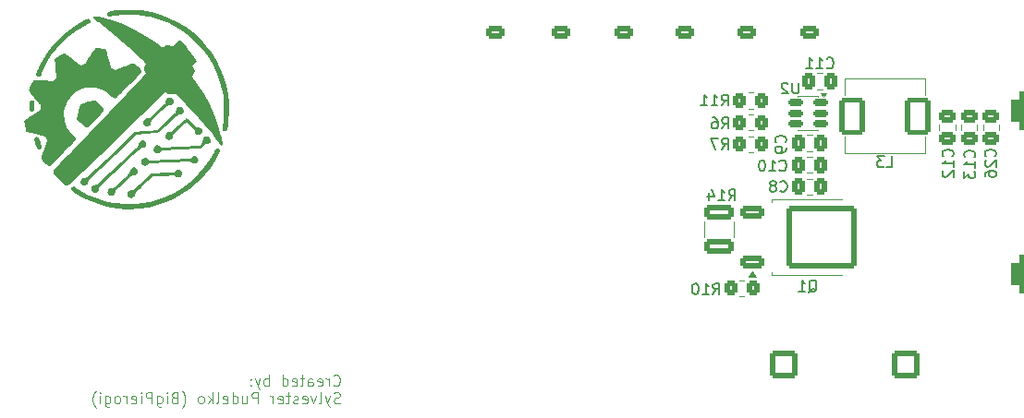
<source format=gbo>
%TF.GenerationSoftware,KiCad,Pcbnew,9.0.5*%
%TF.CreationDate,2025-10-22T13:12:40-04:00*%
%TF.ProjectId,mainBoard,6d61696e-426f-4617-9264-2e6b69636164,rev?*%
%TF.SameCoordinates,Original*%
%TF.FileFunction,Legend,Bot*%
%TF.FilePolarity,Positive*%
%FSLAX46Y46*%
G04 Gerber Fmt 4.6, Leading zero omitted, Abs format (unit mm)*
G04 Created by KiCad (PCBNEW 9.0.5) date 2025-10-22 13:12:40*
%MOMM*%
%LPD*%
G01*
G04 APERTURE LIST*
G04 Aperture macros list*
%AMRoundRect*
0 Rectangle with rounded corners*
0 $1 Rounding radius*
0 $2 $3 $4 $5 $6 $7 $8 $9 X,Y pos of 4 corners*
0 Add a 4 corners polygon primitive as box body*
4,1,4,$2,$3,$4,$5,$6,$7,$8,$9,$2,$3,0*
0 Add four circle primitives for the rounded corners*
1,1,$1+$1,$2,$3*
1,1,$1+$1,$4,$5*
1,1,$1+$1,$6,$7*
1,1,$1+$1,$8,$9*
0 Add four rect primitives between the rounded corners*
20,1,$1+$1,$2,$3,$4,$5,0*
20,1,$1+$1,$4,$5,$6,$7,0*
20,1,$1+$1,$6,$7,$8,$9,0*
20,1,$1+$1,$8,$9,$2,$3,0*%
G04 Aperture macros list end*
%ADD10C,0.100000*%
%ADD11C,0.150000*%
%ADD12C,0.120000*%
%ADD13C,0.000000*%
%ADD14RoundRect,0.250000X0.550000X-0.550000X0.550000X0.550000X-0.550000X0.550000X-0.550000X-0.550000X0*%
%ADD15C,1.600000*%
%ADD16RoundRect,0.250000X-0.550000X0.550000X-0.550000X-0.550000X0.550000X-0.550000X0.550000X0.550000X0*%
%ADD17RoundRect,0.250000X0.625000X-0.350000X0.625000X0.350000X-0.625000X0.350000X-0.625000X-0.350000X0*%
%ADD18O,1.750000X1.200000*%
%ADD19R,2.000000X0.900000*%
%ADD20RoundRect,1.025000X1.025000X-1.025000X1.025000X1.025000X-1.025000X1.025000X-1.025000X-1.025000X0*%
%ADD21C,4.100000*%
%ADD22R,1.700000X1.700000*%
%ADD23C,1.700000*%
%ADD24RoundRect,0.250000X-1.050000X-1.050000X1.050000X-1.050000X1.050000X1.050000X-1.050000X1.050000X0*%
%ADD25C,2.600000*%
%ADD26RoundRect,0.760000X-1.140000X1.140000X-1.140000X-1.140000X1.140000X-1.140000X1.140000X1.140000X0*%
%ADD27C,3.800000*%
%ADD28C,4.300000*%
%ADD29RoundRect,0.250000X-0.350000X-0.625000X0.350000X-0.625000X0.350000X0.625000X-0.350000X0.625000X0*%
%ADD30O,1.200000X1.750000*%
%ADD31RoundRect,1.025000X-1.025000X1.025000X-1.025000X-1.025000X1.025000X-1.025000X1.025000X1.025000X0*%
%ADD32C,1.400000*%
%ADD33RoundRect,0.770000X-0.980000X0.980000X-0.980000X-0.980000X0.980000X-0.980000X0.980000X0.980000X0*%
%ADD34C,3.500000*%
%ADD35RoundRect,0.250000X1.075000X-0.400000X1.075000X0.400000X-1.075000X0.400000X-1.075000X-0.400000X0*%
%ADD36RoundRect,0.250000X-0.337500X-0.475000X0.337500X-0.475000X0.337500X0.475000X-0.337500X0.475000X0*%
%ADD37RoundRect,0.250000X0.350000X0.450000X-0.350000X0.450000X-0.350000X-0.450000X0.350000X-0.450000X0*%
%ADD38RoundRect,0.250000X-0.475000X0.337500X-0.475000X-0.337500X0.475000X-0.337500X0.475000X0.337500X0*%
%ADD39RoundRect,0.235000X-0.940000X-1.465000X0.940000X-1.465000X0.940000X1.465000X-0.940000X1.465000X0*%
%ADD40RoundRect,0.250000X0.337500X0.475000X-0.337500X0.475000X-0.337500X-0.475000X0.337500X-0.475000X0*%
%ADD41RoundRect,0.250000X-0.350000X-0.450000X0.350000X-0.450000X0.350000X0.450000X-0.350000X0.450000X0*%
%ADD42RoundRect,0.250000X-0.850000X-0.350000X0.850000X-0.350000X0.850000X0.350000X-0.850000X0.350000X0*%
%ADD43RoundRect,0.249997X-2.950003X-2.650003X2.950003X-2.650003X2.950003X2.650003X-2.950003X2.650003X0*%
%ADD44RoundRect,0.150000X0.512500X0.150000X-0.512500X0.150000X-0.512500X-0.150000X0.512500X-0.150000X0*%
G04 APERTURE END LIST*
D10*
X83210473Y-81381451D02*
X83258092Y-81429071D01*
X83258092Y-81429071D02*
X83400949Y-81476690D01*
X83400949Y-81476690D02*
X83496187Y-81476690D01*
X83496187Y-81476690D02*
X83639044Y-81429071D01*
X83639044Y-81429071D02*
X83734282Y-81333832D01*
X83734282Y-81333832D02*
X83781901Y-81238594D01*
X83781901Y-81238594D02*
X83829520Y-81048118D01*
X83829520Y-81048118D02*
X83829520Y-80905261D01*
X83829520Y-80905261D02*
X83781901Y-80714785D01*
X83781901Y-80714785D02*
X83734282Y-80619547D01*
X83734282Y-80619547D02*
X83639044Y-80524309D01*
X83639044Y-80524309D02*
X83496187Y-80476690D01*
X83496187Y-80476690D02*
X83400949Y-80476690D01*
X83400949Y-80476690D02*
X83258092Y-80524309D01*
X83258092Y-80524309D02*
X83210473Y-80571928D01*
X82781901Y-81476690D02*
X82781901Y-80810023D01*
X82781901Y-81000499D02*
X82734282Y-80905261D01*
X82734282Y-80905261D02*
X82686663Y-80857642D01*
X82686663Y-80857642D02*
X82591425Y-80810023D01*
X82591425Y-80810023D02*
X82496187Y-80810023D01*
X81781901Y-81429071D02*
X81877139Y-81476690D01*
X81877139Y-81476690D02*
X82067615Y-81476690D01*
X82067615Y-81476690D02*
X82162853Y-81429071D01*
X82162853Y-81429071D02*
X82210472Y-81333832D01*
X82210472Y-81333832D02*
X82210472Y-80952880D01*
X82210472Y-80952880D02*
X82162853Y-80857642D01*
X82162853Y-80857642D02*
X82067615Y-80810023D01*
X82067615Y-80810023D02*
X81877139Y-80810023D01*
X81877139Y-80810023D02*
X81781901Y-80857642D01*
X81781901Y-80857642D02*
X81734282Y-80952880D01*
X81734282Y-80952880D02*
X81734282Y-81048118D01*
X81734282Y-81048118D02*
X82210472Y-81143356D01*
X80877139Y-81476690D02*
X80877139Y-80952880D01*
X80877139Y-80952880D02*
X80924758Y-80857642D01*
X80924758Y-80857642D02*
X81019996Y-80810023D01*
X81019996Y-80810023D02*
X81210472Y-80810023D01*
X81210472Y-80810023D02*
X81305710Y-80857642D01*
X80877139Y-81429071D02*
X80972377Y-81476690D01*
X80972377Y-81476690D02*
X81210472Y-81476690D01*
X81210472Y-81476690D02*
X81305710Y-81429071D01*
X81305710Y-81429071D02*
X81353329Y-81333832D01*
X81353329Y-81333832D02*
X81353329Y-81238594D01*
X81353329Y-81238594D02*
X81305710Y-81143356D01*
X81305710Y-81143356D02*
X81210472Y-81095737D01*
X81210472Y-81095737D02*
X80972377Y-81095737D01*
X80972377Y-81095737D02*
X80877139Y-81048118D01*
X80543805Y-80810023D02*
X80162853Y-80810023D01*
X80400948Y-80476690D02*
X80400948Y-81333832D01*
X80400948Y-81333832D02*
X80353329Y-81429071D01*
X80353329Y-81429071D02*
X80258091Y-81476690D01*
X80258091Y-81476690D02*
X80162853Y-81476690D01*
X79448567Y-81429071D02*
X79543805Y-81476690D01*
X79543805Y-81476690D02*
X79734281Y-81476690D01*
X79734281Y-81476690D02*
X79829519Y-81429071D01*
X79829519Y-81429071D02*
X79877138Y-81333832D01*
X79877138Y-81333832D02*
X79877138Y-80952880D01*
X79877138Y-80952880D02*
X79829519Y-80857642D01*
X79829519Y-80857642D02*
X79734281Y-80810023D01*
X79734281Y-80810023D02*
X79543805Y-80810023D01*
X79543805Y-80810023D02*
X79448567Y-80857642D01*
X79448567Y-80857642D02*
X79400948Y-80952880D01*
X79400948Y-80952880D02*
X79400948Y-81048118D01*
X79400948Y-81048118D02*
X79877138Y-81143356D01*
X78543805Y-81476690D02*
X78543805Y-80476690D01*
X78543805Y-81429071D02*
X78639043Y-81476690D01*
X78639043Y-81476690D02*
X78829519Y-81476690D01*
X78829519Y-81476690D02*
X78924757Y-81429071D01*
X78924757Y-81429071D02*
X78972376Y-81381451D01*
X78972376Y-81381451D02*
X79019995Y-81286213D01*
X79019995Y-81286213D02*
X79019995Y-81000499D01*
X79019995Y-81000499D02*
X78972376Y-80905261D01*
X78972376Y-80905261D02*
X78924757Y-80857642D01*
X78924757Y-80857642D02*
X78829519Y-80810023D01*
X78829519Y-80810023D02*
X78639043Y-80810023D01*
X78639043Y-80810023D02*
X78543805Y-80857642D01*
X77305709Y-81476690D02*
X77305709Y-80476690D01*
X77305709Y-80857642D02*
X77210471Y-80810023D01*
X77210471Y-80810023D02*
X77019995Y-80810023D01*
X77019995Y-80810023D02*
X76924757Y-80857642D01*
X76924757Y-80857642D02*
X76877138Y-80905261D01*
X76877138Y-80905261D02*
X76829519Y-81000499D01*
X76829519Y-81000499D02*
X76829519Y-81286213D01*
X76829519Y-81286213D02*
X76877138Y-81381451D01*
X76877138Y-81381451D02*
X76924757Y-81429071D01*
X76924757Y-81429071D02*
X77019995Y-81476690D01*
X77019995Y-81476690D02*
X77210471Y-81476690D01*
X77210471Y-81476690D02*
X77305709Y-81429071D01*
X76496185Y-80810023D02*
X76258090Y-81476690D01*
X76019995Y-80810023D02*
X76258090Y-81476690D01*
X76258090Y-81476690D02*
X76353328Y-81714785D01*
X76353328Y-81714785D02*
X76400947Y-81762404D01*
X76400947Y-81762404D02*
X76496185Y-81810023D01*
X75639042Y-81381451D02*
X75591423Y-81429071D01*
X75591423Y-81429071D02*
X75639042Y-81476690D01*
X75639042Y-81476690D02*
X75686661Y-81429071D01*
X75686661Y-81429071D02*
X75639042Y-81381451D01*
X75639042Y-81381451D02*
X75639042Y-81476690D01*
X75639042Y-80857642D02*
X75591423Y-80905261D01*
X75591423Y-80905261D02*
X75639042Y-80952880D01*
X75639042Y-80952880D02*
X75686661Y-80905261D01*
X75686661Y-80905261D02*
X75639042Y-80857642D01*
X75639042Y-80857642D02*
X75639042Y-80952880D01*
X83829520Y-83039015D02*
X83686663Y-83086634D01*
X83686663Y-83086634D02*
X83448568Y-83086634D01*
X83448568Y-83086634D02*
X83353330Y-83039015D01*
X83353330Y-83039015D02*
X83305711Y-82991395D01*
X83305711Y-82991395D02*
X83258092Y-82896157D01*
X83258092Y-82896157D02*
X83258092Y-82800919D01*
X83258092Y-82800919D02*
X83305711Y-82705681D01*
X83305711Y-82705681D02*
X83353330Y-82658062D01*
X83353330Y-82658062D02*
X83448568Y-82610443D01*
X83448568Y-82610443D02*
X83639044Y-82562824D01*
X83639044Y-82562824D02*
X83734282Y-82515205D01*
X83734282Y-82515205D02*
X83781901Y-82467586D01*
X83781901Y-82467586D02*
X83829520Y-82372348D01*
X83829520Y-82372348D02*
X83829520Y-82277110D01*
X83829520Y-82277110D02*
X83781901Y-82181872D01*
X83781901Y-82181872D02*
X83734282Y-82134253D01*
X83734282Y-82134253D02*
X83639044Y-82086634D01*
X83639044Y-82086634D02*
X83400949Y-82086634D01*
X83400949Y-82086634D02*
X83258092Y-82134253D01*
X82924758Y-82419967D02*
X82686663Y-83086634D01*
X82448568Y-82419967D02*
X82686663Y-83086634D01*
X82686663Y-83086634D02*
X82781901Y-83324729D01*
X82781901Y-83324729D02*
X82829520Y-83372348D01*
X82829520Y-83372348D02*
X82924758Y-83419967D01*
X81924758Y-83086634D02*
X82019996Y-83039015D01*
X82019996Y-83039015D02*
X82067615Y-82943776D01*
X82067615Y-82943776D02*
X82067615Y-82086634D01*
X81639043Y-82419967D02*
X81400948Y-83086634D01*
X81400948Y-83086634D02*
X81162853Y-82419967D01*
X80400948Y-83039015D02*
X80496186Y-83086634D01*
X80496186Y-83086634D02*
X80686662Y-83086634D01*
X80686662Y-83086634D02*
X80781900Y-83039015D01*
X80781900Y-83039015D02*
X80829519Y-82943776D01*
X80829519Y-82943776D02*
X80829519Y-82562824D01*
X80829519Y-82562824D02*
X80781900Y-82467586D01*
X80781900Y-82467586D02*
X80686662Y-82419967D01*
X80686662Y-82419967D02*
X80496186Y-82419967D01*
X80496186Y-82419967D02*
X80400948Y-82467586D01*
X80400948Y-82467586D02*
X80353329Y-82562824D01*
X80353329Y-82562824D02*
X80353329Y-82658062D01*
X80353329Y-82658062D02*
X80829519Y-82753300D01*
X79972376Y-83039015D02*
X79877138Y-83086634D01*
X79877138Y-83086634D02*
X79686662Y-83086634D01*
X79686662Y-83086634D02*
X79591424Y-83039015D01*
X79591424Y-83039015D02*
X79543805Y-82943776D01*
X79543805Y-82943776D02*
X79543805Y-82896157D01*
X79543805Y-82896157D02*
X79591424Y-82800919D01*
X79591424Y-82800919D02*
X79686662Y-82753300D01*
X79686662Y-82753300D02*
X79829519Y-82753300D01*
X79829519Y-82753300D02*
X79924757Y-82705681D01*
X79924757Y-82705681D02*
X79972376Y-82610443D01*
X79972376Y-82610443D02*
X79972376Y-82562824D01*
X79972376Y-82562824D02*
X79924757Y-82467586D01*
X79924757Y-82467586D02*
X79829519Y-82419967D01*
X79829519Y-82419967D02*
X79686662Y-82419967D01*
X79686662Y-82419967D02*
X79591424Y-82467586D01*
X79258090Y-82419967D02*
X78877138Y-82419967D01*
X79115233Y-82086634D02*
X79115233Y-82943776D01*
X79115233Y-82943776D02*
X79067614Y-83039015D01*
X79067614Y-83039015D02*
X78972376Y-83086634D01*
X78972376Y-83086634D02*
X78877138Y-83086634D01*
X78162852Y-83039015D02*
X78258090Y-83086634D01*
X78258090Y-83086634D02*
X78448566Y-83086634D01*
X78448566Y-83086634D02*
X78543804Y-83039015D01*
X78543804Y-83039015D02*
X78591423Y-82943776D01*
X78591423Y-82943776D02*
X78591423Y-82562824D01*
X78591423Y-82562824D02*
X78543804Y-82467586D01*
X78543804Y-82467586D02*
X78448566Y-82419967D01*
X78448566Y-82419967D02*
X78258090Y-82419967D01*
X78258090Y-82419967D02*
X78162852Y-82467586D01*
X78162852Y-82467586D02*
X78115233Y-82562824D01*
X78115233Y-82562824D02*
X78115233Y-82658062D01*
X78115233Y-82658062D02*
X78591423Y-82753300D01*
X77686661Y-83086634D02*
X77686661Y-82419967D01*
X77686661Y-82610443D02*
X77639042Y-82515205D01*
X77639042Y-82515205D02*
X77591423Y-82467586D01*
X77591423Y-82467586D02*
X77496185Y-82419967D01*
X77496185Y-82419967D02*
X77400947Y-82419967D01*
X76305708Y-83086634D02*
X76305708Y-82086634D01*
X76305708Y-82086634D02*
X75924756Y-82086634D01*
X75924756Y-82086634D02*
X75829518Y-82134253D01*
X75829518Y-82134253D02*
X75781899Y-82181872D01*
X75781899Y-82181872D02*
X75734280Y-82277110D01*
X75734280Y-82277110D02*
X75734280Y-82419967D01*
X75734280Y-82419967D02*
X75781899Y-82515205D01*
X75781899Y-82515205D02*
X75829518Y-82562824D01*
X75829518Y-82562824D02*
X75924756Y-82610443D01*
X75924756Y-82610443D02*
X76305708Y-82610443D01*
X74877137Y-82419967D02*
X74877137Y-83086634D01*
X75305708Y-82419967D02*
X75305708Y-82943776D01*
X75305708Y-82943776D02*
X75258089Y-83039015D01*
X75258089Y-83039015D02*
X75162851Y-83086634D01*
X75162851Y-83086634D02*
X75019994Y-83086634D01*
X75019994Y-83086634D02*
X74924756Y-83039015D01*
X74924756Y-83039015D02*
X74877137Y-82991395D01*
X73972375Y-83086634D02*
X73972375Y-82086634D01*
X73972375Y-83039015D02*
X74067613Y-83086634D01*
X74067613Y-83086634D02*
X74258089Y-83086634D01*
X74258089Y-83086634D02*
X74353327Y-83039015D01*
X74353327Y-83039015D02*
X74400946Y-82991395D01*
X74400946Y-82991395D02*
X74448565Y-82896157D01*
X74448565Y-82896157D02*
X74448565Y-82610443D01*
X74448565Y-82610443D02*
X74400946Y-82515205D01*
X74400946Y-82515205D02*
X74353327Y-82467586D01*
X74353327Y-82467586D02*
X74258089Y-82419967D01*
X74258089Y-82419967D02*
X74067613Y-82419967D01*
X74067613Y-82419967D02*
X73972375Y-82467586D01*
X73115232Y-83039015D02*
X73210470Y-83086634D01*
X73210470Y-83086634D02*
X73400946Y-83086634D01*
X73400946Y-83086634D02*
X73496184Y-83039015D01*
X73496184Y-83039015D02*
X73543803Y-82943776D01*
X73543803Y-82943776D02*
X73543803Y-82562824D01*
X73543803Y-82562824D02*
X73496184Y-82467586D01*
X73496184Y-82467586D02*
X73400946Y-82419967D01*
X73400946Y-82419967D02*
X73210470Y-82419967D01*
X73210470Y-82419967D02*
X73115232Y-82467586D01*
X73115232Y-82467586D02*
X73067613Y-82562824D01*
X73067613Y-82562824D02*
X73067613Y-82658062D01*
X73067613Y-82658062D02*
X73543803Y-82753300D01*
X72496184Y-83086634D02*
X72591422Y-83039015D01*
X72591422Y-83039015D02*
X72639041Y-82943776D01*
X72639041Y-82943776D02*
X72639041Y-82086634D01*
X72115231Y-83086634D02*
X72115231Y-82086634D01*
X72019993Y-82705681D02*
X71734279Y-83086634D01*
X71734279Y-82419967D02*
X72115231Y-82800919D01*
X71162850Y-83086634D02*
X71258088Y-83039015D01*
X71258088Y-83039015D02*
X71305707Y-82991395D01*
X71305707Y-82991395D02*
X71353326Y-82896157D01*
X71353326Y-82896157D02*
X71353326Y-82610443D01*
X71353326Y-82610443D02*
X71305707Y-82515205D01*
X71305707Y-82515205D02*
X71258088Y-82467586D01*
X71258088Y-82467586D02*
X71162850Y-82419967D01*
X71162850Y-82419967D02*
X71019993Y-82419967D01*
X71019993Y-82419967D02*
X70924755Y-82467586D01*
X70924755Y-82467586D02*
X70877136Y-82515205D01*
X70877136Y-82515205D02*
X70829517Y-82610443D01*
X70829517Y-82610443D02*
X70829517Y-82896157D01*
X70829517Y-82896157D02*
X70877136Y-82991395D01*
X70877136Y-82991395D02*
X70924755Y-83039015D01*
X70924755Y-83039015D02*
X71019993Y-83086634D01*
X71019993Y-83086634D02*
X71162850Y-83086634D01*
X69353326Y-83467586D02*
X69400945Y-83419967D01*
X69400945Y-83419967D02*
X69496183Y-83277110D01*
X69496183Y-83277110D02*
X69543802Y-83181872D01*
X69543802Y-83181872D02*
X69591421Y-83039015D01*
X69591421Y-83039015D02*
X69639040Y-82800919D01*
X69639040Y-82800919D02*
X69639040Y-82610443D01*
X69639040Y-82610443D02*
X69591421Y-82372348D01*
X69591421Y-82372348D02*
X69543802Y-82229491D01*
X69543802Y-82229491D02*
X69496183Y-82134253D01*
X69496183Y-82134253D02*
X69400945Y-81991395D01*
X69400945Y-81991395D02*
X69353326Y-81943776D01*
X68639040Y-82562824D02*
X68496183Y-82610443D01*
X68496183Y-82610443D02*
X68448564Y-82658062D01*
X68448564Y-82658062D02*
X68400945Y-82753300D01*
X68400945Y-82753300D02*
X68400945Y-82896157D01*
X68400945Y-82896157D02*
X68448564Y-82991395D01*
X68448564Y-82991395D02*
X68496183Y-83039015D01*
X68496183Y-83039015D02*
X68591421Y-83086634D01*
X68591421Y-83086634D02*
X68972373Y-83086634D01*
X68972373Y-83086634D02*
X68972373Y-82086634D01*
X68972373Y-82086634D02*
X68639040Y-82086634D01*
X68639040Y-82086634D02*
X68543802Y-82134253D01*
X68543802Y-82134253D02*
X68496183Y-82181872D01*
X68496183Y-82181872D02*
X68448564Y-82277110D01*
X68448564Y-82277110D02*
X68448564Y-82372348D01*
X68448564Y-82372348D02*
X68496183Y-82467586D01*
X68496183Y-82467586D02*
X68543802Y-82515205D01*
X68543802Y-82515205D02*
X68639040Y-82562824D01*
X68639040Y-82562824D02*
X68972373Y-82562824D01*
X67972373Y-83086634D02*
X67972373Y-82419967D01*
X67972373Y-82086634D02*
X68019992Y-82134253D01*
X68019992Y-82134253D02*
X67972373Y-82181872D01*
X67972373Y-82181872D02*
X67924754Y-82134253D01*
X67924754Y-82134253D02*
X67972373Y-82086634D01*
X67972373Y-82086634D02*
X67972373Y-82181872D01*
X67067612Y-82419967D02*
X67067612Y-83229491D01*
X67067612Y-83229491D02*
X67115231Y-83324729D01*
X67115231Y-83324729D02*
X67162850Y-83372348D01*
X67162850Y-83372348D02*
X67258088Y-83419967D01*
X67258088Y-83419967D02*
X67400945Y-83419967D01*
X67400945Y-83419967D02*
X67496183Y-83372348D01*
X67067612Y-83039015D02*
X67162850Y-83086634D01*
X67162850Y-83086634D02*
X67353326Y-83086634D01*
X67353326Y-83086634D02*
X67448564Y-83039015D01*
X67448564Y-83039015D02*
X67496183Y-82991395D01*
X67496183Y-82991395D02*
X67543802Y-82896157D01*
X67543802Y-82896157D02*
X67543802Y-82610443D01*
X67543802Y-82610443D02*
X67496183Y-82515205D01*
X67496183Y-82515205D02*
X67448564Y-82467586D01*
X67448564Y-82467586D02*
X67353326Y-82419967D01*
X67353326Y-82419967D02*
X67162850Y-82419967D01*
X67162850Y-82419967D02*
X67067612Y-82467586D01*
X66591421Y-83086634D02*
X66591421Y-82086634D01*
X66591421Y-82086634D02*
X66210469Y-82086634D01*
X66210469Y-82086634D02*
X66115231Y-82134253D01*
X66115231Y-82134253D02*
X66067612Y-82181872D01*
X66067612Y-82181872D02*
X66019993Y-82277110D01*
X66019993Y-82277110D02*
X66019993Y-82419967D01*
X66019993Y-82419967D02*
X66067612Y-82515205D01*
X66067612Y-82515205D02*
X66115231Y-82562824D01*
X66115231Y-82562824D02*
X66210469Y-82610443D01*
X66210469Y-82610443D02*
X66591421Y-82610443D01*
X65591421Y-83086634D02*
X65591421Y-82419967D01*
X65591421Y-82086634D02*
X65639040Y-82134253D01*
X65639040Y-82134253D02*
X65591421Y-82181872D01*
X65591421Y-82181872D02*
X65543802Y-82134253D01*
X65543802Y-82134253D02*
X65591421Y-82086634D01*
X65591421Y-82086634D02*
X65591421Y-82181872D01*
X64734279Y-83039015D02*
X64829517Y-83086634D01*
X64829517Y-83086634D02*
X65019993Y-83086634D01*
X65019993Y-83086634D02*
X65115231Y-83039015D01*
X65115231Y-83039015D02*
X65162850Y-82943776D01*
X65162850Y-82943776D02*
X65162850Y-82562824D01*
X65162850Y-82562824D02*
X65115231Y-82467586D01*
X65115231Y-82467586D02*
X65019993Y-82419967D01*
X65019993Y-82419967D02*
X64829517Y-82419967D01*
X64829517Y-82419967D02*
X64734279Y-82467586D01*
X64734279Y-82467586D02*
X64686660Y-82562824D01*
X64686660Y-82562824D02*
X64686660Y-82658062D01*
X64686660Y-82658062D02*
X65162850Y-82753300D01*
X64258088Y-83086634D02*
X64258088Y-82419967D01*
X64258088Y-82610443D02*
X64210469Y-82515205D01*
X64210469Y-82515205D02*
X64162850Y-82467586D01*
X64162850Y-82467586D02*
X64067612Y-82419967D01*
X64067612Y-82419967D02*
X63972374Y-82419967D01*
X63496183Y-83086634D02*
X63591421Y-83039015D01*
X63591421Y-83039015D02*
X63639040Y-82991395D01*
X63639040Y-82991395D02*
X63686659Y-82896157D01*
X63686659Y-82896157D02*
X63686659Y-82610443D01*
X63686659Y-82610443D02*
X63639040Y-82515205D01*
X63639040Y-82515205D02*
X63591421Y-82467586D01*
X63591421Y-82467586D02*
X63496183Y-82419967D01*
X63496183Y-82419967D02*
X63353326Y-82419967D01*
X63353326Y-82419967D02*
X63258088Y-82467586D01*
X63258088Y-82467586D02*
X63210469Y-82515205D01*
X63210469Y-82515205D02*
X63162850Y-82610443D01*
X63162850Y-82610443D02*
X63162850Y-82896157D01*
X63162850Y-82896157D02*
X63210469Y-82991395D01*
X63210469Y-82991395D02*
X63258088Y-83039015D01*
X63258088Y-83039015D02*
X63353326Y-83086634D01*
X63353326Y-83086634D02*
X63496183Y-83086634D01*
X62305707Y-82419967D02*
X62305707Y-83229491D01*
X62305707Y-83229491D02*
X62353326Y-83324729D01*
X62353326Y-83324729D02*
X62400945Y-83372348D01*
X62400945Y-83372348D02*
X62496183Y-83419967D01*
X62496183Y-83419967D02*
X62639040Y-83419967D01*
X62639040Y-83419967D02*
X62734278Y-83372348D01*
X62305707Y-83039015D02*
X62400945Y-83086634D01*
X62400945Y-83086634D02*
X62591421Y-83086634D01*
X62591421Y-83086634D02*
X62686659Y-83039015D01*
X62686659Y-83039015D02*
X62734278Y-82991395D01*
X62734278Y-82991395D02*
X62781897Y-82896157D01*
X62781897Y-82896157D02*
X62781897Y-82610443D01*
X62781897Y-82610443D02*
X62734278Y-82515205D01*
X62734278Y-82515205D02*
X62686659Y-82467586D01*
X62686659Y-82467586D02*
X62591421Y-82419967D01*
X62591421Y-82419967D02*
X62400945Y-82419967D01*
X62400945Y-82419967D02*
X62305707Y-82467586D01*
X61829516Y-83086634D02*
X61829516Y-82419967D01*
X61829516Y-82086634D02*
X61877135Y-82134253D01*
X61877135Y-82134253D02*
X61829516Y-82181872D01*
X61829516Y-82181872D02*
X61781897Y-82134253D01*
X61781897Y-82134253D02*
X61829516Y-82086634D01*
X61829516Y-82086634D02*
X61829516Y-82181872D01*
X61448564Y-83467586D02*
X61400945Y-83419967D01*
X61400945Y-83419967D02*
X61305707Y-83277110D01*
X61305707Y-83277110D02*
X61258088Y-83181872D01*
X61258088Y-83181872D02*
X61210469Y-83039015D01*
X61210469Y-83039015D02*
X61162850Y-82800919D01*
X61162850Y-82800919D02*
X61162850Y-82610443D01*
X61162850Y-82610443D02*
X61210469Y-82372348D01*
X61210469Y-82372348D02*
X61258088Y-82229491D01*
X61258088Y-82229491D02*
X61305707Y-82134253D01*
X61305707Y-82134253D02*
X61400945Y-81991395D01*
X61400945Y-81991395D02*
X61448564Y-81943776D01*
D11*
X119441023Y-64469034D02*
X119774356Y-63992843D01*
X120012451Y-64469034D02*
X120012451Y-63469034D01*
X120012451Y-63469034D02*
X119631499Y-63469034D01*
X119631499Y-63469034D02*
X119536261Y-63516653D01*
X119536261Y-63516653D02*
X119488642Y-63564272D01*
X119488642Y-63564272D02*
X119441023Y-63659510D01*
X119441023Y-63659510D02*
X119441023Y-63802367D01*
X119441023Y-63802367D02*
X119488642Y-63897605D01*
X119488642Y-63897605D02*
X119536261Y-63945224D01*
X119536261Y-63945224D02*
X119631499Y-63992843D01*
X119631499Y-63992843D02*
X120012451Y-63992843D01*
X118488642Y-64469034D02*
X119060070Y-64469034D01*
X118774356Y-64469034D02*
X118774356Y-63469034D01*
X118774356Y-63469034D02*
X118869594Y-63611891D01*
X118869594Y-63611891D02*
X118964832Y-63707129D01*
X118964832Y-63707129D02*
X119060070Y-63754748D01*
X117631499Y-63802367D02*
X117631499Y-64469034D01*
X117869594Y-63421415D02*
X118107689Y-64135700D01*
X118107689Y-64135700D02*
X117488642Y-64135700D01*
X128428643Y-52273795D02*
X128476262Y-52321415D01*
X128476262Y-52321415D02*
X128619119Y-52369034D01*
X128619119Y-52369034D02*
X128714357Y-52369034D01*
X128714357Y-52369034D02*
X128857214Y-52321415D01*
X128857214Y-52321415D02*
X128952452Y-52226176D01*
X128952452Y-52226176D02*
X129000071Y-52130938D01*
X129000071Y-52130938D02*
X129047690Y-51940462D01*
X129047690Y-51940462D02*
X129047690Y-51797605D01*
X129047690Y-51797605D02*
X129000071Y-51607129D01*
X129000071Y-51607129D02*
X128952452Y-51511891D01*
X128952452Y-51511891D02*
X128857214Y-51416653D01*
X128857214Y-51416653D02*
X128714357Y-51369034D01*
X128714357Y-51369034D02*
X128619119Y-51369034D01*
X128619119Y-51369034D02*
X128476262Y-51416653D01*
X128476262Y-51416653D02*
X128428643Y-51464272D01*
X127476262Y-52369034D02*
X128047690Y-52369034D01*
X127761976Y-52369034D02*
X127761976Y-51369034D01*
X127761976Y-51369034D02*
X127857214Y-51511891D01*
X127857214Y-51511891D02*
X127952452Y-51607129D01*
X127952452Y-51607129D02*
X128047690Y-51654748D01*
X126523881Y-52369034D02*
X127095309Y-52369034D01*
X126809595Y-52369034D02*
X126809595Y-51369034D01*
X126809595Y-51369034D02*
X126904833Y-51511891D01*
X126904833Y-51511891D02*
X127000071Y-51607129D01*
X127000071Y-51607129D02*
X127095309Y-51654748D01*
X117991023Y-73069034D02*
X118324356Y-72592843D01*
X118562451Y-73069034D02*
X118562451Y-72069034D01*
X118562451Y-72069034D02*
X118181499Y-72069034D01*
X118181499Y-72069034D02*
X118086261Y-72116653D01*
X118086261Y-72116653D02*
X118038642Y-72164272D01*
X118038642Y-72164272D02*
X117991023Y-72259510D01*
X117991023Y-72259510D02*
X117991023Y-72402367D01*
X117991023Y-72402367D02*
X118038642Y-72497605D01*
X118038642Y-72497605D02*
X118086261Y-72545224D01*
X118086261Y-72545224D02*
X118181499Y-72592843D01*
X118181499Y-72592843D02*
X118562451Y-72592843D01*
X117038642Y-73069034D02*
X117610070Y-73069034D01*
X117324356Y-73069034D02*
X117324356Y-72069034D01*
X117324356Y-72069034D02*
X117419594Y-72211891D01*
X117419594Y-72211891D02*
X117514832Y-72307129D01*
X117514832Y-72307129D02*
X117610070Y-72354748D01*
X116419594Y-72069034D02*
X116324356Y-72069034D01*
X116324356Y-72069034D02*
X116229118Y-72116653D01*
X116229118Y-72116653D02*
X116181499Y-72164272D01*
X116181499Y-72164272D02*
X116133880Y-72259510D01*
X116133880Y-72259510D02*
X116086261Y-72449986D01*
X116086261Y-72449986D02*
X116086261Y-72688081D01*
X116086261Y-72688081D02*
X116133880Y-72878557D01*
X116133880Y-72878557D02*
X116181499Y-72973795D01*
X116181499Y-72973795D02*
X116229118Y-73021415D01*
X116229118Y-73021415D02*
X116324356Y-73069034D01*
X116324356Y-73069034D02*
X116419594Y-73069034D01*
X116419594Y-73069034D02*
X116514832Y-73021415D01*
X116514832Y-73021415D02*
X116562451Y-72973795D01*
X116562451Y-72973795D02*
X116610070Y-72878557D01*
X116610070Y-72878557D02*
X116657689Y-72688081D01*
X116657689Y-72688081D02*
X116657689Y-72449986D01*
X116657689Y-72449986D02*
X116610070Y-72259510D01*
X116610070Y-72259510D02*
X116562451Y-72164272D01*
X116562451Y-72164272D02*
X116514832Y-72116653D01*
X116514832Y-72116653D02*
X116419594Y-72069034D01*
X139917746Y-60408857D02*
X139965366Y-60361238D01*
X139965366Y-60361238D02*
X140012985Y-60218381D01*
X140012985Y-60218381D02*
X140012985Y-60123143D01*
X140012985Y-60123143D02*
X139965366Y-59980286D01*
X139965366Y-59980286D02*
X139870127Y-59885048D01*
X139870127Y-59885048D02*
X139774889Y-59837429D01*
X139774889Y-59837429D02*
X139584413Y-59789810D01*
X139584413Y-59789810D02*
X139441556Y-59789810D01*
X139441556Y-59789810D02*
X139251080Y-59837429D01*
X139251080Y-59837429D02*
X139155842Y-59885048D01*
X139155842Y-59885048D02*
X139060604Y-59980286D01*
X139060604Y-59980286D02*
X139012985Y-60123143D01*
X139012985Y-60123143D02*
X139012985Y-60218381D01*
X139012985Y-60218381D02*
X139060604Y-60361238D01*
X139060604Y-60361238D02*
X139108223Y-60408857D01*
X140012985Y-61361238D02*
X140012985Y-60789810D01*
X140012985Y-61075524D02*
X139012985Y-61075524D01*
X139012985Y-61075524D02*
X139155842Y-60980286D01*
X139155842Y-60980286D02*
X139251080Y-60885048D01*
X139251080Y-60885048D02*
X139298699Y-60789810D01*
X139108223Y-61742191D02*
X139060604Y-61789810D01*
X139060604Y-61789810D02*
X139012985Y-61885048D01*
X139012985Y-61885048D02*
X139012985Y-62123143D01*
X139012985Y-62123143D02*
X139060604Y-62218381D01*
X139060604Y-62218381D02*
X139108223Y-62266000D01*
X139108223Y-62266000D02*
X139203461Y-62313619D01*
X139203461Y-62313619D02*
X139298699Y-62313619D01*
X139298699Y-62313619D02*
X139441556Y-62266000D01*
X139441556Y-62266000D02*
X140012985Y-61694572D01*
X140012985Y-61694572D02*
X140012985Y-62313619D01*
X133914832Y-61419034D02*
X134391022Y-61419034D01*
X134391022Y-61419034D02*
X134391022Y-60419034D01*
X133676736Y-60419034D02*
X133057689Y-60419034D01*
X133057689Y-60419034D02*
X133391022Y-60799986D01*
X133391022Y-60799986D02*
X133248165Y-60799986D01*
X133248165Y-60799986D02*
X133152927Y-60847605D01*
X133152927Y-60847605D02*
X133105308Y-60895224D01*
X133105308Y-60895224D02*
X133057689Y-60990462D01*
X133057689Y-60990462D02*
X133057689Y-61228557D01*
X133057689Y-61228557D02*
X133105308Y-61323795D01*
X133105308Y-61323795D02*
X133152927Y-61371415D01*
X133152927Y-61371415D02*
X133248165Y-61419034D01*
X133248165Y-61419034D02*
X133533879Y-61419034D01*
X133533879Y-61419034D02*
X133629117Y-61371415D01*
X133629117Y-61371415D02*
X133676736Y-61323795D01*
X124152332Y-63593795D02*
X124199951Y-63641415D01*
X124199951Y-63641415D02*
X124342808Y-63689034D01*
X124342808Y-63689034D02*
X124438046Y-63689034D01*
X124438046Y-63689034D02*
X124580903Y-63641415D01*
X124580903Y-63641415D02*
X124676141Y-63546176D01*
X124676141Y-63546176D02*
X124723760Y-63450938D01*
X124723760Y-63450938D02*
X124771379Y-63260462D01*
X124771379Y-63260462D02*
X124771379Y-63117605D01*
X124771379Y-63117605D02*
X124723760Y-62927129D01*
X124723760Y-62927129D02*
X124676141Y-62831891D01*
X124676141Y-62831891D02*
X124580903Y-62736653D01*
X124580903Y-62736653D02*
X124438046Y-62689034D01*
X124438046Y-62689034D02*
X124342808Y-62689034D01*
X124342808Y-62689034D02*
X124199951Y-62736653D01*
X124199951Y-62736653D02*
X124152332Y-62784272D01*
X123580903Y-63117605D02*
X123676141Y-63069986D01*
X123676141Y-63069986D02*
X123723760Y-63022367D01*
X123723760Y-63022367D02*
X123771379Y-62927129D01*
X123771379Y-62927129D02*
X123771379Y-62879510D01*
X123771379Y-62879510D02*
X123723760Y-62784272D01*
X123723760Y-62784272D02*
X123676141Y-62736653D01*
X123676141Y-62736653D02*
X123580903Y-62689034D01*
X123580903Y-62689034D02*
X123390427Y-62689034D01*
X123390427Y-62689034D02*
X123295189Y-62736653D01*
X123295189Y-62736653D02*
X123247570Y-62784272D01*
X123247570Y-62784272D02*
X123199951Y-62879510D01*
X123199951Y-62879510D02*
X123199951Y-62927129D01*
X123199951Y-62927129D02*
X123247570Y-63022367D01*
X123247570Y-63022367D02*
X123295189Y-63069986D01*
X123295189Y-63069986D02*
X123390427Y-63117605D01*
X123390427Y-63117605D02*
X123580903Y-63117605D01*
X123580903Y-63117605D02*
X123676141Y-63165224D01*
X123676141Y-63165224D02*
X123723760Y-63212843D01*
X123723760Y-63212843D02*
X123771379Y-63308081D01*
X123771379Y-63308081D02*
X123771379Y-63498557D01*
X123771379Y-63498557D02*
X123723760Y-63593795D01*
X123723760Y-63593795D02*
X123676141Y-63641415D01*
X123676141Y-63641415D02*
X123580903Y-63689034D01*
X123580903Y-63689034D02*
X123390427Y-63689034D01*
X123390427Y-63689034D02*
X123295189Y-63641415D01*
X123295189Y-63641415D02*
X123247570Y-63593795D01*
X123247570Y-63593795D02*
X123199951Y-63498557D01*
X123199951Y-63498557D02*
X123199951Y-63308081D01*
X123199951Y-63308081D02*
X123247570Y-63212843D01*
X123247570Y-63212843D02*
X123295189Y-63165224D01*
X123295189Y-63165224D02*
X123390427Y-63117605D01*
X118814832Y-59769034D02*
X119148165Y-59292843D01*
X119386260Y-59769034D02*
X119386260Y-58769034D01*
X119386260Y-58769034D02*
X119005308Y-58769034D01*
X119005308Y-58769034D02*
X118910070Y-58816653D01*
X118910070Y-58816653D02*
X118862451Y-58864272D01*
X118862451Y-58864272D02*
X118814832Y-58959510D01*
X118814832Y-58959510D02*
X118814832Y-59102367D01*
X118814832Y-59102367D02*
X118862451Y-59197605D01*
X118862451Y-59197605D02*
X118910070Y-59245224D01*
X118910070Y-59245224D02*
X119005308Y-59292843D01*
X119005308Y-59292843D02*
X119386260Y-59292843D01*
X118481498Y-58769034D02*
X117814832Y-58769034D01*
X117814832Y-58769034D02*
X118243403Y-59769034D01*
X126758404Y-72889272D02*
X126853642Y-72841653D01*
X126853642Y-72841653D02*
X126948880Y-72746415D01*
X126948880Y-72746415D02*
X127091737Y-72603557D01*
X127091737Y-72603557D02*
X127186975Y-72555938D01*
X127186975Y-72555938D02*
X127282213Y-72555938D01*
X127234594Y-72794034D02*
X127329832Y-72746415D01*
X127329832Y-72746415D02*
X127425070Y-72651176D01*
X127425070Y-72651176D02*
X127472689Y-72460700D01*
X127472689Y-72460700D02*
X127472689Y-72127367D01*
X127472689Y-72127367D02*
X127425070Y-71936891D01*
X127425070Y-71936891D02*
X127329832Y-71841653D01*
X127329832Y-71841653D02*
X127234594Y-71794034D01*
X127234594Y-71794034D02*
X127044118Y-71794034D01*
X127044118Y-71794034D02*
X126948880Y-71841653D01*
X126948880Y-71841653D02*
X126853642Y-71936891D01*
X126853642Y-71936891D02*
X126806023Y-72127367D01*
X126806023Y-72127367D02*
X126806023Y-72460700D01*
X126806023Y-72460700D02*
X126853642Y-72651176D01*
X126853642Y-72651176D02*
X126948880Y-72746415D01*
X126948880Y-72746415D02*
X127044118Y-72794034D01*
X127044118Y-72794034D02*
X127234594Y-72794034D01*
X125853642Y-72794034D02*
X126425070Y-72794034D01*
X126139356Y-72794034D02*
X126139356Y-71794034D01*
X126139356Y-71794034D02*
X126234594Y-71936891D01*
X126234594Y-71936891D02*
X126329832Y-72032129D01*
X126329832Y-72032129D02*
X126425070Y-72079748D01*
X118791023Y-55769034D02*
X119124356Y-55292843D01*
X119362451Y-55769034D02*
X119362451Y-54769034D01*
X119362451Y-54769034D02*
X118981499Y-54769034D01*
X118981499Y-54769034D02*
X118886261Y-54816653D01*
X118886261Y-54816653D02*
X118838642Y-54864272D01*
X118838642Y-54864272D02*
X118791023Y-54959510D01*
X118791023Y-54959510D02*
X118791023Y-55102367D01*
X118791023Y-55102367D02*
X118838642Y-55197605D01*
X118838642Y-55197605D02*
X118886261Y-55245224D01*
X118886261Y-55245224D02*
X118981499Y-55292843D01*
X118981499Y-55292843D02*
X119362451Y-55292843D01*
X117838642Y-55769034D02*
X118410070Y-55769034D01*
X118124356Y-55769034D02*
X118124356Y-54769034D01*
X118124356Y-54769034D02*
X118219594Y-54911891D01*
X118219594Y-54911891D02*
X118314832Y-55007129D01*
X118314832Y-55007129D02*
X118410070Y-55054748D01*
X116886261Y-55769034D02*
X117457689Y-55769034D01*
X117171975Y-55769034D02*
X117171975Y-54769034D01*
X117171975Y-54769034D02*
X117267213Y-54911891D01*
X117267213Y-54911891D02*
X117362451Y-55007129D01*
X117362451Y-55007129D02*
X117457689Y-55054748D01*
X141917746Y-60508857D02*
X141965366Y-60461238D01*
X141965366Y-60461238D02*
X142012985Y-60318381D01*
X142012985Y-60318381D02*
X142012985Y-60223143D01*
X142012985Y-60223143D02*
X141965366Y-60080286D01*
X141965366Y-60080286D02*
X141870127Y-59985048D01*
X141870127Y-59985048D02*
X141774889Y-59937429D01*
X141774889Y-59937429D02*
X141584413Y-59889810D01*
X141584413Y-59889810D02*
X141441556Y-59889810D01*
X141441556Y-59889810D02*
X141251080Y-59937429D01*
X141251080Y-59937429D02*
X141155842Y-59985048D01*
X141155842Y-59985048D02*
X141060604Y-60080286D01*
X141060604Y-60080286D02*
X141012985Y-60223143D01*
X141012985Y-60223143D02*
X141012985Y-60318381D01*
X141012985Y-60318381D02*
X141060604Y-60461238D01*
X141060604Y-60461238D02*
X141108223Y-60508857D01*
X142012985Y-61461238D02*
X142012985Y-60889810D01*
X142012985Y-61175524D02*
X141012985Y-61175524D01*
X141012985Y-61175524D02*
X141155842Y-61080286D01*
X141155842Y-61080286D02*
X141251080Y-60985048D01*
X141251080Y-60985048D02*
X141298699Y-60889810D01*
X141012985Y-61794572D02*
X141012985Y-62413619D01*
X141012985Y-62413619D02*
X141393937Y-62080286D01*
X141393937Y-62080286D02*
X141393937Y-62223143D01*
X141393937Y-62223143D02*
X141441556Y-62318381D01*
X141441556Y-62318381D02*
X141489175Y-62366000D01*
X141489175Y-62366000D02*
X141584413Y-62413619D01*
X141584413Y-62413619D02*
X141822508Y-62413619D01*
X141822508Y-62413619D02*
X141917746Y-62366000D01*
X141917746Y-62366000D02*
X141965366Y-62318381D01*
X141965366Y-62318381D02*
X142012985Y-62223143D01*
X142012985Y-62223143D02*
X142012985Y-61937429D01*
X142012985Y-61937429D02*
X141965366Y-61842191D01*
X141965366Y-61842191D02*
X141917746Y-61794572D01*
X143817746Y-60408857D02*
X143865366Y-60361238D01*
X143865366Y-60361238D02*
X143912985Y-60218381D01*
X143912985Y-60218381D02*
X143912985Y-60123143D01*
X143912985Y-60123143D02*
X143865366Y-59980286D01*
X143865366Y-59980286D02*
X143770127Y-59885048D01*
X143770127Y-59885048D02*
X143674889Y-59837429D01*
X143674889Y-59837429D02*
X143484413Y-59789810D01*
X143484413Y-59789810D02*
X143341556Y-59789810D01*
X143341556Y-59789810D02*
X143151080Y-59837429D01*
X143151080Y-59837429D02*
X143055842Y-59885048D01*
X143055842Y-59885048D02*
X142960604Y-59980286D01*
X142960604Y-59980286D02*
X142912985Y-60123143D01*
X142912985Y-60123143D02*
X142912985Y-60218381D01*
X142912985Y-60218381D02*
X142960604Y-60361238D01*
X142960604Y-60361238D02*
X143008223Y-60408857D01*
X143008223Y-60789810D02*
X142960604Y-60837429D01*
X142960604Y-60837429D02*
X142912985Y-60932667D01*
X142912985Y-60932667D02*
X142912985Y-61170762D01*
X142912985Y-61170762D02*
X142960604Y-61266000D01*
X142960604Y-61266000D02*
X143008223Y-61313619D01*
X143008223Y-61313619D02*
X143103461Y-61361238D01*
X143103461Y-61361238D02*
X143198699Y-61361238D01*
X143198699Y-61361238D02*
X143341556Y-61313619D01*
X143341556Y-61313619D02*
X143912985Y-60742191D01*
X143912985Y-60742191D02*
X143912985Y-61361238D01*
X142912985Y-62218381D02*
X142912985Y-62027905D01*
X142912985Y-62027905D02*
X142960604Y-61932667D01*
X142960604Y-61932667D02*
X143008223Y-61885048D01*
X143008223Y-61885048D02*
X143151080Y-61789810D01*
X143151080Y-61789810D02*
X143341556Y-61742191D01*
X143341556Y-61742191D02*
X143722508Y-61742191D01*
X143722508Y-61742191D02*
X143817746Y-61789810D01*
X143817746Y-61789810D02*
X143865366Y-61837429D01*
X143865366Y-61837429D02*
X143912985Y-61932667D01*
X143912985Y-61932667D02*
X143912985Y-62123143D01*
X143912985Y-62123143D02*
X143865366Y-62218381D01*
X143865366Y-62218381D02*
X143817746Y-62266000D01*
X143817746Y-62266000D02*
X143722508Y-62313619D01*
X143722508Y-62313619D02*
X143484413Y-62313619D01*
X143484413Y-62313619D02*
X143389175Y-62266000D01*
X143389175Y-62266000D02*
X143341556Y-62218381D01*
X143341556Y-62218381D02*
X143293937Y-62123143D01*
X143293937Y-62123143D02*
X143293937Y-61932667D01*
X143293937Y-61932667D02*
X143341556Y-61837429D01*
X143341556Y-61837429D02*
X143389175Y-61789810D01*
X143389175Y-61789810D02*
X143484413Y-61742191D01*
X125847690Y-53669034D02*
X125847690Y-54478557D01*
X125847690Y-54478557D02*
X125800071Y-54573795D01*
X125800071Y-54573795D02*
X125752452Y-54621415D01*
X125752452Y-54621415D02*
X125657214Y-54669034D01*
X125657214Y-54669034D02*
X125466738Y-54669034D01*
X125466738Y-54669034D02*
X125371500Y-54621415D01*
X125371500Y-54621415D02*
X125323881Y-54573795D01*
X125323881Y-54573795D02*
X125276262Y-54478557D01*
X125276262Y-54478557D02*
X125276262Y-53669034D01*
X124847690Y-53764272D02*
X124800071Y-53716653D01*
X124800071Y-53716653D02*
X124704833Y-53669034D01*
X124704833Y-53669034D02*
X124466738Y-53669034D01*
X124466738Y-53669034D02*
X124371500Y-53716653D01*
X124371500Y-53716653D02*
X124323881Y-53764272D01*
X124323881Y-53764272D02*
X124276262Y-53859510D01*
X124276262Y-53859510D02*
X124276262Y-53954748D01*
X124276262Y-53954748D02*
X124323881Y-54097605D01*
X124323881Y-54097605D02*
X124895309Y-54669034D01*
X124895309Y-54669034D02*
X124276262Y-54669034D01*
X124091023Y-61673795D02*
X124138642Y-61721415D01*
X124138642Y-61721415D02*
X124281499Y-61769034D01*
X124281499Y-61769034D02*
X124376737Y-61769034D01*
X124376737Y-61769034D02*
X124519594Y-61721415D01*
X124519594Y-61721415D02*
X124614832Y-61626176D01*
X124614832Y-61626176D02*
X124662451Y-61530938D01*
X124662451Y-61530938D02*
X124710070Y-61340462D01*
X124710070Y-61340462D02*
X124710070Y-61197605D01*
X124710070Y-61197605D02*
X124662451Y-61007129D01*
X124662451Y-61007129D02*
X124614832Y-60911891D01*
X124614832Y-60911891D02*
X124519594Y-60816653D01*
X124519594Y-60816653D02*
X124376737Y-60769034D01*
X124376737Y-60769034D02*
X124281499Y-60769034D01*
X124281499Y-60769034D02*
X124138642Y-60816653D01*
X124138642Y-60816653D02*
X124091023Y-60864272D01*
X123138642Y-61769034D02*
X123710070Y-61769034D01*
X123424356Y-61769034D02*
X123424356Y-60769034D01*
X123424356Y-60769034D02*
X123519594Y-60911891D01*
X123519594Y-60911891D02*
X123614832Y-61007129D01*
X123614832Y-61007129D02*
X123710070Y-61054748D01*
X122519594Y-60769034D02*
X122424356Y-60769034D01*
X122424356Y-60769034D02*
X122329118Y-60816653D01*
X122329118Y-60816653D02*
X122281499Y-60864272D01*
X122281499Y-60864272D02*
X122233880Y-60959510D01*
X122233880Y-60959510D02*
X122186261Y-61149986D01*
X122186261Y-61149986D02*
X122186261Y-61388081D01*
X122186261Y-61388081D02*
X122233880Y-61578557D01*
X122233880Y-61578557D02*
X122281499Y-61673795D01*
X122281499Y-61673795D02*
X122329118Y-61721415D01*
X122329118Y-61721415D02*
X122424356Y-61769034D01*
X122424356Y-61769034D02*
X122519594Y-61769034D01*
X122519594Y-61769034D02*
X122614832Y-61721415D01*
X122614832Y-61721415D02*
X122662451Y-61673795D01*
X122662451Y-61673795D02*
X122710070Y-61578557D01*
X122710070Y-61578557D02*
X122757689Y-61388081D01*
X122757689Y-61388081D02*
X122757689Y-61149986D01*
X122757689Y-61149986D02*
X122710070Y-60959510D01*
X122710070Y-60959510D02*
X122662451Y-60864272D01*
X122662451Y-60864272D02*
X122614832Y-60816653D01*
X122614832Y-60816653D02*
X122519594Y-60769034D01*
X118814832Y-57869034D02*
X119148165Y-57392843D01*
X119386260Y-57869034D02*
X119386260Y-56869034D01*
X119386260Y-56869034D02*
X119005308Y-56869034D01*
X119005308Y-56869034D02*
X118910070Y-56916653D01*
X118910070Y-56916653D02*
X118862451Y-56964272D01*
X118862451Y-56964272D02*
X118814832Y-57059510D01*
X118814832Y-57059510D02*
X118814832Y-57202367D01*
X118814832Y-57202367D02*
X118862451Y-57297605D01*
X118862451Y-57297605D02*
X118910070Y-57345224D01*
X118910070Y-57345224D02*
X119005308Y-57392843D01*
X119005308Y-57392843D02*
X119386260Y-57392843D01*
X117957689Y-56869034D02*
X118148165Y-56869034D01*
X118148165Y-56869034D02*
X118243403Y-56916653D01*
X118243403Y-56916653D02*
X118291022Y-56964272D01*
X118291022Y-56964272D02*
X118386260Y-57107129D01*
X118386260Y-57107129D02*
X118433879Y-57297605D01*
X118433879Y-57297605D02*
X118433879Y-57678557D01*
X118433879Y-57678557D02*
X118386260Y-57773795D01*
X118386260Y-57773795D02*
X118338641Y-57821415D01*
X118338641Y-57821415D02*
X118243403Y-57869034D01*
X118243403Y-57869034D02*
X118052927Y-57869034D01*
X118052927Y-57869034D02*
X117957689Y-57821415D01*
X117957689Y-57821415D02*
X117910070Y-57773795D01*
X117910070Y-57773795D02*
X117862451Y-57678557D01*
X117862451Y-57678557D02*
X117862451Y-57440462D01*
X117862451Y-57440462D02*
X117910070Y-57345224D01*
X117910070Y-57345224D02*
X117957689Y-57297605D01*
X117957689Y-57297605D02*
X118052927Y-57249986D01*
X118052927Y-57249986D02*
X118243403Y-57249986D01*
X118243403Y-57249986D02*
X118338641Y-57297605D01*
X118338641Y-57297605D02*
X118386260Y-57345224D01*
X118386260Y-57345224D02*
X118433879Y-57440462D01*
X124607746Y-59147548D02*
X124655366Y-59099929D01*
X124655366Y-59099929D02*
X124702985Y-58957072D01*
X124702985Y-58957072D02*
X124702985Y-58861834D01*
X124702985Y-58861834D02*
X124655366Y-58718977D01*
X124655366Y-58718977D02*
X124560127Y-58623739D01*
X124560127Y-58623739D02*
X124464889Y-58576120D01*
X124464889Y-58576120D02*
X124274413Y-58528501D01*
X124274413Y-58528501D02*
X124131556Y-58528501D01*
X124131556Y-58528501D02*
X123941080Y-58576120D01*
X123941080Y-58576120D02*
X123845842Y-58623739D01*
X123845842Y-58623739D02*
X123750604Y-58718977D01*
X123750604Y-58718977D02*
X123702985Y-58861834D01*
X123702985Y-58861834D02*
X123702985Y-58957072D01*
X123702985Y-58957072D02*
X123750604Y-59099929D01*
X123750604Y-59099929D02*
X123798223Y-59147548D01*
X124702985Y-59623739D02*
X124702985Y-59814215D01*
X124702985Y-59814215D02*
X124655366Y-59909453D01*
X124655366Y-59909453D02*
X124607746Y-59957072D01*
X124607746Y-59957072D02*
X124464889Y-60052310D01*
X124464889Y-60052310D02*
X124274413Y-60099929D01*
X124274413Y-60099929D02*
X123893461Y-60099929D01*
X123893461Y-60099929D02*
X123798223Y-60052310D01*
X123798223Y-60052310D02*
X123750604Y-60004691D01*
X123750604Y-60004691D02*
X123702985Y-59909453D01*
X123702985Y-59909453D02*
X123702985Y-59718977D01*
X123702985Y-59718977D02*
X123750604Y-59623739D01*
X123750604Y-59623739D02*
X123798223Y-59576120D01*
X123798223Y-59576120D02*
X123893461Y-59528501D01*
X123893461Y-59528501D02*
X124131556Y-59528501D01*
X124131556Y-59528501D02*
X124226794Y-59576120D01*
X124226794Y-59576120D02*
X124274413Y-59623739D01*
X124274413Y-59623739D02*
X124322032Y-59718977D01*
X124322032Y-59718977D02*
X124322032Y-59909453D01*
X124322032Y-59909453D02*
X124274413Y-60004691D01*
X124274413Y-60004691D02*
X124226794Y-60052310D01*
X124226794Y-60052310D02*
X124131556Y-60099929D01*
D12*
%TO.C,R14*%
X117193166Y-67837952D02*
X117193166Y-66390478D01*
X119903166Y-67837952D02*
X119903166Y-66390478D01*
%TO.C,C11*%
X127524534Y-52779215D02*
X128047038Y-52779215D01*
X127524534Y-54249215D02*
X128047038Y-54249215D01*
%TO.C,R10*%
X120875230Y-71779215D02*
X120421102Y-71779215D01*
X120875230Y-73249215D02*
X120421102Y-73249215D01*
%TO.C,C12*%
X138713166Y-57490463D02*
X138713166Y-58012967D01*
X140183166Y-57490463D02*
X140183166Y-58012967D01*
%TO.C,L3*%
X130048166Y-53314215D02*
X130048166Y-54814215D01*
X130048166Y-53314215D02*
X137448166Y-53314215D01*
X130048166Y-60114215D02*
X130048166Y-58614215D01*
X137448166Y-53314215D02*
X137448166Y-54814215D01*
X137448166Y-60114215D02*
X130048166Y-60114215D01*
X137448166Y-60114215D02*
X137448166Y-58614215D01*
%TO.C,C8*%
X127109418Y-62479215D02*
X126586914Y-62479215D01*
X127109418Y-63949215D02*
X126586914Y-63949215D01*
%TO.C,R7*%
X121221102Y-58579215D02*
X121675230Y-58579215D01*
X121221102Y-60049215D02*
X121675230Y-60049215D01*
%TO.C,Q1*%
X123353166Y-64389215D02*
X123353166Y-64659215D01*
X123353166Y-71289215D02*
X123353166Y-71019215D01*
X129773166Y-64389215D02*
X123353166Y-64389215D01*
X129773166Y-71289215D02*
X123353166Y-71289215D01*
X121963166Y-71449215D02*
X121283166Y-71449215D01*
X121623166Y-70979215D01*
X121963166Y-71449215D01*
G36*
X121963166Y-71449215D02*
G01*
X121283166Y-71449215D01*
X121623166Y-70979215D01*
X121963166Y-71449215D01*
G37*
%TO.C,R11*%
X121221102Y-54579215D02*
X121675230Y-54579215D01*
X121221102Y-56049215D02*
X121675230Y-56049215D01*
%TO.C,C13*%
X140723166Y-57490463D02*
X140723166Y-58012967D01*
X142193166Y-57490463D02*
X142193166Y-58012967D01*
%TO.C,C26*%
X142723166Y-57490463D02*
X142723166Y-58012967D01*
X144193166Y-57490463D02*
X144193166Y-58012967D01*
D13*
%TO.C,G\u002A\u002A\u002A*%
G36*
X56109903Y-58655751D02*
G01*
X56148145Y-58673756D01*
X56196070Y-58717612D01*
X56243964Y-58795632D01*
X56299916Y-58921842D01*
X56372014Y-59110267D01*
X56441409Y-59301844D01*
X56492220Y-59458454D01*
X56515769Y-59566314D01*
X56513460Y-59638879D01*
X56486698Y-59689605D01*
X56436886Y-59731946D01*
X56353989Y-59779656D01*
X56260783Y-59795942D01*
X56177304Y-59756162D01*
X56097614Y-59654642D01*
X56015776Y-59485710D01*
X55925850Y-59243690D01*
X55923196Y-59235921D01*
X55859720Y-59040519D01*
X55824515Y-58905732D01*
X55814982Y-58818838D01*
X55828523Y-58767111D01*
X55874915Y-58706502D01*
X55981478Y-58643157D01*
X56109903Y-58655751D01*
G37*
G36*
X55663413Y-55265415D02*
G01*
X55743391Y-55282734D01*
X55796246Y-55330400D01*
X55827349Y-55420776D01*
X55842072Y-55566225D01*
X55845786Y-55779112D01*
X55844871Y-55926459D01*
X55839255Y-56071311D01*
X55826060Y-56166055D01*
X55802500Y-56227940D01*
X55765786Y-56274215D01*
X55673048Y-56337763D01*
X55556268Y-56342917D01*
X55440274Y-56268702D01*
X55439189Y-56267615D01*
X55400689Y-56222530D01*
X55377551Y-56169562D01*
X55367422Y-56090738D01*
X55367948Y-55968084D01*
X55376778Y-55783626D01*
X55378431Y-55754657D01*
X55396062Y-55546650D01*
X55423674Y-55405396D01*
X55466837Y-55319100D01*
X55531120Y-55275970D01*
X55622092Y-55264215D01*
X55663413Y-55265415D01*
G37*
G36*
X70592244Y-60396346D02*
G01*
X70597949Y-60398302D01*
X70720326Y-60476859D01*
X70810594Y-60599031D01*
X70845786Y-60734215D01*
X70845710Y-60740069D01*
X70807615Y-60875214D01*
X70715568Y-60996084D01*
X70592587Y-61071970D01*
X70460252Y-61097110D01*
X70336992Y-61067349D01*
X70205786Y-60972463D01*
X70105786Y-60882440D01*
X68209168Y-60963124D01*
X66312549Y-61043808D01*
X66215612Y-61159011D01*
X66121149Y-61238650D01*
X65984295Y-61280950D01*
X65845950Y-61263753D01*
X65724623Y-61194143D01*
X65638823Y-61079208D01*
X65607059Y-60926033D01*
X65607558Y-60907454D01*
X65624319Y-60791675D01*
X65657059Y-60710748D01*
X65776576Y-60609699D01*
X65928606Y-60567778D01*
X66088044Y-60591466D01*
X66233878Y-60681816D01*
X66325815Y-60768187D01*
X68215801Y-60693838D01*
X70105786Y-60619488D01*
X70181039Y-60523864D01*
X70274922Y-60433530D01*
X70423274Y-60376389D01*
X70592244Y-60396346D01*
G37*
G36*
X61353547Y-55281360D02*
G01*
X61456129Y-55340214D01*
X61608157Y-55459068D01*
X61810558Y-55638614D01*
X61954986Y-55773978D01*
X62077620Y-55896779D01*
X62154560Y-55987471D01*
X62194414Y-56056402D01*
X62205786Y-56113921D01*
X62198884Y-56150849D01*
X62169240Y-56210413D01*
X62111019Y-56292960D01*
X62018636Y-56405221D01*
X61886504Y-56553924D01*
X61709038Y-56745799D01*
X61480653Y-56987577D01*
X61298098Y-57177917D01*
X61115140Y-57365089D01*
X60954939Y-57525255D01*
X60825474Y-57650565D01*
X60734720Y-57733166D01*
X60690653Y-57765207D01*
X60683371Y-57766693D01*
X60610775Y-57762658D01*
X60521885Y-57722286D01*
X60407956Y-57639308D01*
X60260242Y-57507459D01*
X60069997Y-57320472D01*
X59714207Y-56960998D01*
X59864064Y-56327606D01*
X59898409Y-56186116D01*
X59950630Y-55984347D01*
X59997685Y-55817810D01*
X60035463Y-55700781D01*
X60059854Y-55647538D01*
X60103746Y-55623978D01*
X60212222Y-55582587D01*
X60366752Y-55530591D01*
X60550547Y-55472960D01*
X60746820Y-55414664D01*
X60938785Y-55360672D01*
X61109653Y-55315953D01*
X61242637Y-55285477D01*
X61320951Y-55274215D01*
X61353547Y-55281360D01*
G37*
G36*
X60772287Y-47795404D02*
G01*
X60872413Y-47842254D01*
X60941115Y-47938905D01*
X60958785Y-48060024D01*
X60945984Y-48111133D01*
X60910398Y-48162033D01*
X60840083Y-48218643D01*
X60722668Y-48290793D01*
X60545786Y-48388317D01*
X60478774Y-48424728D01*
X59739003Y-48873206D01*
X59056922Y-49375373D01*
X58434066Y-49929593D01*
X57871973Y-50534225D01*
X57372178Y-51187631D01*
X56936217Y-51888174D01*
X56565625Y-52634215D01*
X56515026Y-52747490D01*
X56445657Y-52896418D01*
X56390177Y-53008034D01*
X56357364Y-53064215D01*
X56328181Y-53087877D01*
X56229877Y-53112219D01*
X56116449Y-53098201D01*
X56024953Y-53047667D01*
X55995515Y-53008784D01*
X55978343Y-52943681D01*
X55987720Y-52852129D01*
X56026298Y-52723030D01*
X56096726Y-52545281D01*
X56201657Y-52307783D01*
X56242524Y-52219157D01*
X56622592Y-51499006D01*
X57072153Y-50809093D01*
X57584401Y-50157424D01*
X58152528Y-49552003D01*
X58769728Y-49000836D01*
X59429195Y-48511928D01*
X59497912Y-48466399D01*
X59714304Y-48329213D01*
X59939416Y-48194317D01*
X60160600Y-48068568D01*
X60365205Y-47958826D01*
X60540580Y-47871947D01*
X60674076Y-47814791D01*
X60753042Y-47794215D01*
X60772287Y-47795404D01*
G37*
G36*
X71638641Y-58595632D02*
G01*
X71802006Y-58641437D01*
X71915915Y-58742837D01*
X71971086Y-58887655D01*
X71958238Y-59063711D01*
X71954241Y-59077236D01*
X71876099Y-59199405D01*
X71744768Y-59283141D01*
X71581638Y-59314215D01*
X71524934Y-59324506D01*
X71410522Y-59388075D01*
X71262046Y-59514215D01*
X71253809Y-59521953D01*
X71140305Y-59619025D01*
X71041577Y-59687735D01*
X70978181Y-59713643D01*
X70955552Y-59714252D01*
X70858509Y-59718273D01*
X70695234Y-59725697D01*
X70474343Y-59736113D01*
X70204456Y-59749107D01*
X69894189Y-59764267D01*
X69552161Y-59781180D01*
X69186989Y-59799433D01*
X67468191Y-59885795D01*
X67391464Y-59983337D01*
X67317118Y-60058637D01*
X67230262Y-60115873D01*
X67094231Y-60139315D01*
X66958744Y-60101153D01*
X66846210Y-60012982D01*
X66770132Y-59890237D01*
X66744015Y-59748354D01*
X66781363Y-59602768D01*
X66821537Y-59540818D01*
X66943003Y-59443664D01*
X67090338Y-59407421D01*
X67242687Y-59434695D01*
X67379196Y-59528091D01*
X67465786Y-59618732D01*
X69221596Y-59530072D01*
X70977405Y-59441413D01*
X71127259Y-59267814D01*
X71139166Y-59253924D01*
X71222650Y-59144057D01*
X71258335Y-59058607D01*
X71257479Y-58972002D01*
X71268288Y-58842828D01*
X71340232Y-58718094D01*
X71457025Y-58628531D01*
X71600442Y-58594215D01*
X71638641Y-58595632D01*
G37*
G36*
X65022111Y-61441557D02*
G01*
X65162160Y-61505343D01*
X65253271Y-61626291D01*
X65285786Y-61794215D01*
X65276873Y-61890271D01*
X65212997Y-62033830D01*
X65091591Y-62123349D01*
X64917377Y-62154215D01*
X64887134Y-62154589D01*
X64835790Y-62159737D01*
X64783698Y-62175965D01*
X64722645Y-62209526D01*
X64644420Y-62266674D01*
X64540811Y-62353662D01*
X64403606Y-62476744D01*
X64224592Y-62642174D01*
X63995559Y-62856205D01*
X63963499Y-62886229D01*
X63740828Y-63095555D01*
X63569481Y-63259115D01*
X63442790Y-63384408D01*
X63354087Y-63478930D01*
X63296703Y-63550181D01*
X63263971Y-63605657D01*
X63249221Y-63652858D01*
X63245786Y-63699282D01*
X63245358Y-63719456D01*
X63214547Y-63844281D01*
X63123931Y-63962224D01*
X63039137Y-64036660D01*
X62959362Y-64067266D01*
X62853931Y-64060497D01*
X62770723Y-64039766D01*
X62631478Y-63954976D01*
X62551399Y-63823900D01*
X62538969Y-63657397D01*
X62547174Y-63610491D01*
X62610943Y-63466575D01*
X62727642Y-63381831D01*
X62900218Y-63353785D01*
X62922366Y-63353470D01*
X62973375Y-63348430D01*
X63025378Y-63332304D01*
X63086546Y-63298832D01*
X63165048Y-63241754D01*
X63269054Y-63154809D01*
X63406732Y-63031737D01*
X63586253Y-62866278D01*
X63815786Y-62652170D01*
X63850532Y-62619678D01*
X64072682Y-62411132D01*
X64243556Y-62248236D01*
X64369828Y-62123489D01*
X64458173Y-62029393D01*
X64515266Y-61958448D01*
X64547783Y-61903155D01*
X64562398Y-61856013D01*
X64565786Y-61809523D01*
X64583048Y-61703256D01*
X64662585Y-61566450D01*
X64789467Y-61470439D01*
X64944528Y-61434215D01*
X65022111Y-61441557D01*
G37*
G36*
X69039162Y-61648637D02*
G01*
X69151881Y-61680181D01*
X69279200Y-61773822D01*
X69347278Y-61921004D01*
X69354359Y-61963999D01*
X69338379Y-62117706D01*
X69265238Y-62241658D01*
X69151413Y-62326817D01*
X69013382Y-62364148D01*
X68867624Y-62344614D01*
X68730614Y-62259180D01*
X68625786Y-62159088D01*
X67633601Y-62210067D01*
X66641415Y-62261045D01*
X66413601Y-62480220D01*
X66327303Y-62562625D01*
X66184419Y-62697959D01*
X66009888Y-62862497D01*
X65818185Y-63042593D01*
X65623786Y-63224606D01*
X65444636Y-63392855D01*
X65295442Y-63536290D01*
X65190711Y-63643291D01*
X65122710Y-63723012D01*
X65083710Y-63784605D01*
X65065979Y-63837226D01*
X65061786Y-63890026D01*
X65043520Y-64001480D01*
X64960649Y-64141849D01*
X64825786Y-64236400D01*
X64758454Y-64260076D01*
X64659867Y-64266304D01*
X64544669Y-64226427D01*
X64539101Y-64223785D01*
X64436818Y-64140093D01*
X64357601Y-64017923D01*
X64325786Y-63894215D01*
X64331071Y-63841365D01*
X64391096Y-63707873D01*
X64500604Y-63601052D01*
X64637711Y-63538129D01*
X64780528Y-63536328D01*
X64784271Y-63537075D01*
X64822961Y-63530678D01*
X64882101Y-63498847D01*
X64967846Y-63436530D01*
X65086349Y-63338672D01*
X65243765Y-63200221D01*
X65446245Y-63016123D01*
X65699945Y-62781326D01*
X66534103Y-62005065D01*
X66879945Y-61980439D01*
X66951242Y-61975689D01*
X67144879Y-61964424D01*
X67383224Y-61952063D01*
X67642616Y-61939802D01*
X67899391Y-61928840D01*
X68572995Y-61901868D01*
X68737805Y-61764173D01*
X68756116Y-61749018D01*
X68860513Y-61673771D01*
X68944870Y-61644140D01*
X69039162Y-61648637D01*
G37*
G36*
X68330025Y-55028423D02*
G01*
X68331870Y-55029133D01*
X68470808Y-55116398D01*
X68552456Y-55236323D01*
X68579820Y-55371847D01*
X68555909Y-55505907D01*
X68483729Y-55621442D01*
X68366289Y-55701389D01*
X68206594Y-55728686D01*
X68181263Y-55728444D01*
X68132636Y-55733006D01*
X68081642Y-55749447D01*
X68020293Y-55783898D01*
X67940600Y-55842489D01*
X67834576Y-55931353D01*
X67694230Y-56056619D01*
X67511575Y-56224420D01*
X67278622Y-56440887D01*
X67122748Y-56586175D01*
X66924934Y-56771716D01*
X66774886Y-56915355D01*
X66665955Y-57024663D01*
X66591490Y-57107209D01*
X66544840Y-57170564D01*
X66519355Y-57222297D01*
X66508384Y-57269980D01*
X66505277Y-57321183D01*
X66502768Y-57367500D01*
X66471389Y-57485745D01*
X66391245Y-57579666D01*
X66362466Y-57602299D01*
X66209444Y-57667690D01*
X66048371Y-57659727D01*
X65898926Y-57578460D01*
X65851961Y-57533154D01*
X65800924Y-57442546D01*
X65787605Y-57314215D01*
X65798466Y-57215351D01*
X65867864Y-57075110D01*
X65994770Y-56985647D01*
X66171453Y-56954215D01*
X66197014Y-56953766D01*
X66246476Y-56947771D01*
X66298531Y-56929862D01*
X66361121Y-56893895D01*
X66442186Y-56833729D01*
X66549668Y-56743222D01*
X66691507Y-56616231D01*
X66875643Y-56446613D01*
X67110018Y-56228227D01*
X67201371Y-56142711D01*
X67430554Y-55925618D01*
X67605976Y-55754598D01*
X67732375Y-55624645D01*
X67814489Y-55530758D01*
X67857058Y-55467932D01*
X67864818Y-55431163D01*
X67862547Y-55421738D01*
X67867384Y-55331865D01*
X67900152Y-55221530D01*
X67932979Y-55162121D01*
X68043889Y-55060538D01*
X68185029Y-55012023D01*
X68330025Y-55028423D01*
G37*
G36*
X72721589Y-59711968D02*
G01*
X72737366Y-59720899D01*
X72801735Y-59778337D01*
X72826721Y-59857676D01*
X72811105Y-59970099D01*
X72753666Y-60126792D01*
X72653183Y-60338939D01*
X72376149Y-60841638D01*
X71947714Y-61483138D01*
X71443351Y-62107617D01*
X70861558Y-62717068D01*
X70714938Y-62856155D01*
X70072517Y-63398047D01*
X69384414Y-63876070D01*
X68655402Y-64288015D01*
X67890258Y-64631674D01*
X67093757Y-64904838D01*
X66270674Y-65105298D01*
X65425786Y-65230848D01*
X65133087Y-65252883D01*
X64763458Y-65265659D01*
X64374362Y-65266397D01*
X63997041Y-65255081D01*
X63662734Y-65231695D01*
X63565031Y-65221561D01*
X62871744Y-65115686D01*
X62170409Y-64952400D01*
X61477548Y-64737389D01*
X60809685Y-64476338D01*
X60183342Y-64174934D01*
X59615042Y-63838862D01*
X59544973Y-63792103D01*
X59365070Y-63662067D01*
X59248918Y-63555960D01*
X59190324Y-63465247D01*
X59183094Y-63381390D01*
X59221035Y-63295853D01*
X59284100Y-63227107D01*
X59364670Y-63200999D01*
X59472613Y-63221278D01*
X59618877Y-63290036D01*
X59814410Y-63409370D01*
X59950998Y-63496292D01*
X60675986Y-63901758D01*
X61433303Y-64234082D01*
X62223165Y-64493349D01*
X63045786Y-64679644D01*
X63128729Y-64693576D01*
X63501545Y-64740107D01*
X63922446Y-64771646D01*
X64366938Y-64787643D01*
X64810527Y-64787550D01*
X65228720Y-64770817D01*
X65597024Y-64736893D01*
X66369373Y-64605126D01*
X67173517Y-64392075D01*
X67944847Y-64106401D01*
X68681585Y-63748976D01*
X69381953Y-63320669D01*
X70044173Y-62822351D01*
X70666466Y-62254894D01*
X70898685Y-62014553D01*
X71430491Y-61390386D01*
X71890620Y-60734196D01*
X72281637Y-60042467D01*
X72347217Y-59918840D01*
X72442581Y-59774476D01*
X72530809Y-59696350D01*
X72620833Y-59677751D01*
X72721589Y-59711968D01*
G37*
G36*
X65959024Y-58995353D02*
G01*
X66050376Y-59117005D01*
X66084514Y-59286033D01*
X66077421Y-59368958D01*
X66014795Y-59510739D01*
X65894629Y-59601950D01*
X65725559Y-59634215D01*
X65698085Y-59634860D01*
X65664300Y-59639577D01*
X65626415Y-59652299D01*
X65579935Y-59676948D01*
X65520367Y-59717446D01*
X65443216Y-59777715D01*
X65343989Y-59861677D01*
X65218190Y-59973254D01*
X65061327Y-60116368D01*
X64868904Y-60294941D01*
X64636429Y-60512895D01*
X64359406Y-60774151D01*
X64033341Y-61082632D01*
X63653741Y-61442260D01*
X63415484Y-61668079D01*
X63069180Y-61996621D01*
X62774345Y-62277051D01*
X62526838Y-62513619D01*
X62322515Y-62710573D01*
X62157232Y-62872164D01*
X62026848Y-63002639D01*
X61927219Y-63106249D01*
X61854203Y-63187243D01*
X61803656Y-63249869D01*
X61771435Y-63298377D01*
X61753397Y-63337015D01*
X61745401Y-63370035D01*
X61743301Y-63401683D01*
X61727654Y-63511616D01*
X61646329Y-63653637D01*
X61630408Y-63669560D01*
X61498338Y-63746573D01*
X61352116Y-63759102D01*
X61211437Y-63713022D01*
X61095999Y-63614204D01*
X61025497Y-63468523D01*
X61019015Y-63371954D01*
X61065674Y-63237223D01*
X61164732Y-63126400D01*
X61299777Y-63055811D01*
X61454399Y-63041784D01*
X61466448Y-63041428D01*
X61501317Y-63028805D01*
X61553152Y-62997170D01*
X61626029Y-62942885D01*
X61724027Y-62862314D01*
X61851222Y-62751823D01*
X62011692Y-62607774D01*
X62209514Y-62426532D01*
X62448765Y-62204460D01*
X62733523Y-61937923D01*
X63067865Y-61623284D01*
X63455868Y-61256907D01*
X63748286Y-60980414D01*
X64086009Y-60660749D01*
X64372933Y-60388425D01*
X64613255Y-60159133D01*
X64811173Y-59968566D01*
X64970882Y-59812416D01*
X65096580Y-59686375D01*
X65192463Y-59586135D01*
X65262729Y-59507389D01*
X65311573Y-59445828D01*
X65343194Y-59397145D01*
X65361787Y-59357031D01*
X65371549Y-59321180D01*
X65376678Y-59285284D01*
X65423109Y-59108465D01*
X65518762Y-58991375D01*
X65667066Y-58931335D01*
X65822298Y-58931133D01*
X65959024Y-58995353D01*
G37*
G36*
X69806807Y-56954761D02*
G01*
X69814908Y-56959674D01*
X69883497Y-57013156D01*
X69993038Y-57108279D01*
X70130211Y-57233223D01*
X70281695Y-57376167D01*
X70417384Y-57505362D01*
X70541506Y-57618433D01*
X70632461Y-57691048D01*
X70703145Y-57732012D01*
X70766453Y-57750132D01*
X70835282Y-57754215D01*
X70941019Y-57764561D01*
X71091465Y-57828161D01*
X71188625Y-57939141D01*
X71223827Y-58085224D01*
X71188399Y-58254132D01*
X71186108Y-58259510D01*
X71091215Y-58389355D01*
X70951183Y-58455755D01*
X70774295Y-58454698D01*
X70695965Y-58426707D01*
X70584361Y-58333403D01*
X70513711Y-58204897D01*
X70502557Y-58067601D01*
X70504814Y-58052608D01*
X70501032Y-58001925D01*
X70472437Y-57944444D01*
X70410087Y-57868804D01*
X70305038Y-57763643D01*
X70148346Y-57617601D01*
X70130062Y-57600845D01*
X69988831Y-57473382D01*
X69870159Y-57369594D01*
X69786032Y-57299775D01*
X69748436Y-57274215D01*
X69744509Y-57275986D01*
X69695600Y-57314963D01*
X69600081Y-57398851D01*
X69466986Y-57519487D01*
X69305348Y-57668706D01*
X69124199Y-57838345D01*
X69096645Y-57864332D01*
X68900584Y-58050424D01*
X68755085Y-58192169D01*
X68652712Y-58298303D01*
X68586030Y-58377560D01*
X68547605Y-58438675D01*
X68530002Y-58490384D01*
X68525786Y-58541422D01*
X68525786Y-58541618D01*
X68498920Y-58675395D01*
X68408863Y-58797291D01*
X68335444Y-58856612D01*
X68191218Y-58910616D01*
X68049485Y-58899088D01*
X67927026Y-58829137D01*
X67840623Y-58707871D01*
X67807059Y-58542396D01*
X67814314Y-58458404D01*
X67877195Y-58317000D01*
X67997722Y-58226253D01*
X68167558Y-58194215D01*
X68210500Y-58194147D01*
X68255711Y-58190706D01*
X68301172Y-58178248D01*
X68354193Y-58151111D01*
X68422083Y-58103630D01*
X68512150Y-58030139D01*
X68631703Y-57924976D01*
X68788051Y-57782476D01*
X68988504Y-57596975D01*
X69240370Y-57362808D01*
X69270073Y-57335211D01*
X69444478Y-57174954D01*
X69572268Y-57062538D01*
X69662920Y-56991138D01*
X69725909Y-56953926D01*
X69770713Y-56944076D01*
X69806807Y-56954761D01*
G37*
G36*
X64837116Y-46976409D02*
G01*
X65173638Y-46985207D01*
X65469719Y-47001832D01*
X65705786Y-47026443D01*
X65710213Y-47027080D01*
X66577570Y-47190773D01*
X67411402Y-47426592D01*
X68209717Y-47733431D01*
X68970519Y-48110183D01*
X69691815Y-48555743D01*
X70371611Y-49069006D01*
X71007913Y-49648865D01*
X71598727Y-50294215D01*
X72065929Y-50907576D01*
X72498658Y-51599873D01*
X72867602Y-52331743D01*
X73170700Y-53096200D01*
X73405891Y-53886263D01*
X73571111Y-54694947D01*
X73664301Y-55515268D01*
X73683398Y-56340243D01*
X73626341Y-57162888D01*
X73621378Y-57205069D01*
X73586250Y-57484420D01*
X73554129Y-57696223D01*
X73522396Y-57851292D01*
X73488435Y-57960438D01*
X73449630Y-58034475D01*
X73403363Y-58084215D01*
X73314245Y-58140082D01*
X73220376Y-58141708D01*
X73121143Y-58069571D01*
X73078910Y-58019183D01*
X73052986Y-57939299D01*
X73061559Y-57819571D01*
X73093183Y-57606049D01*
X73138307Y-57271208D01*
X73170116Y-56979253D01*
X73190545Y-56707431D01*
X73201529Y-56432987D01*
X73205006Y-56133165D01*
X73192464Y-55563448D01*
X73147726Y-55007427D01*
X73066806Y-54477305D01*
X72945813Y-53947947D01*
X72780854Y-53394215D01*
X72518361Y-52695866D01*
X72160275Y-51957100D01*
X71732166Y-51256965D01*
X71234181Y-50595698D01*
X70666466Y-49973535D01*
X70091614Y-49445713D01*
X69432288Y-48942249D01*
X68734682Y-48508732D01*
X68000575Y-48146031D01*
X67231744Y-47855018D01*
X66429967Y-47636562D01*
X65597024Y-47491536D01*
X65347228Y-47466832D01*
X64985334Y-47447772D01*
X64588816Y-47441385D01*
X64180457Y-47447276D01*
X63783036Y-47465050D01*
X63419335Y-47494310D01*
X63112135Y-47534662D01*
X63007478Y-47550980D01*
X62838544Y-47571653D01*
X62703547Y-47581161D01*
X62624801Y-47577541D01*
X62546613Y-47532632D01*
X62496129Y-47430937D01*
X62501934Y-47295325D01*
X62519793Y-47251409D01*
X62565848Y-47204103D01*
X62647935Y-47163728D01*
X62776939Y-47126507D01*
X62963748Y-47088662D01*
X63219251Y-47046413D01*
X63232864Y-47044334D01*
X63478028Y-47016351D01*
X63780607Y-46995410D01*
X64121029Y-46981667D01*
X64479722Y-46975281D01*
X64837116Y-46976409D01*
G37*
G36*
X69270621Y-55898092D02*
G01*
X69408863Y-55991138D01*
X69461557Y-56052233D01*
X69523652Y-56194150D01*
X69506087Y-56337265D01*
X69408863Y-56477291D01*
X69368442Y-56514975D01*
X69261510Y-56577563D01*
X69125232Y-56594215D01*
X69120625Y-56594222D01*
X69071233Y-56596512D01*
X69023241Y-56606930D01*
X68969201Y-56631325D01*
X68901667Y-56675544D01*
X68813194Y-56745438D01*
X68696333Y-56846855D01*
X68543640Y-56985644D01*
X68347668Y-57167654D01*
X68100970Y-57398733D01*
X68056555Y-57440370D01*
X67804262Y-57675230D01*
X67601351Y-57860432D01*
X67441166Y-58001507D01*
X67317053Y-58103986D01*
X67222358Y-58173399D01*
X67150425Y-58215278D01*
X67094601Y-58235152D01*
X67068565Y-58239925D01*
X66956312Y-58256074D01*
X66784091Y-58277710D01*
X66565719Y-58303200D01*
X66315011Y-58330910D01*
X66045786Y-58359205D01*
X65145786Y-58451357D01*
X64565786Y-58998831D01*
X64180941Y-59362104D01*
X63673951Y-59840765D01*
X63220114Y-60269477D01*
X62816461Y-60651166D01*
X62460027Y-60988760D01*
X62147845Y-61285187D01*
X61876947Y-61543375D01*
X61644367Y-61766251D01*
X61447138Y-61956743D01*
X61282292Y-62117779D01*
X61146864Y-62252286D01*
X61037885Y-62363193D01*
X60952390Y-62453427D01*
X60887411Y-62525915D01*
X60839981Y-62583586D01*
X60807134Y-62629367D01*
X60785902Y-62666185D01*
X60773319Y-62696970D01*
X60766418Y-62724647D01*
X60762231Y-62752146D01*
X60722235Y-62899782D01*
X60630000Y-63020736D01*
X60595662Y-63047681D01*
X60449898Y-63109543D01*
X60302996Y-63092617D01*
X60162710Y-62997291D01*
X60071890Y-62869678D01*
X60049960Y-62722919D01*
X60104307Y-62557075D01*
X60120529Y-62527578D01*
X60189562Y-62445669D01*
X60287542Y-62405003D01*
X60439058Y-62393569D01*
X60446487Y-62393416D01*
X60476813Y-62389541D01*
X60512022Y-62377719D01*
X60556200Y-62354323D01*
X60613434Y-62315728D01*
X60687810Y-62258307D01*
X60783415Y-62178433D01*
X60904337Y-62072480D01*
X61054661Y-61936822D01*
X61238474Y-61767833D01*
X61459863Y-61561886D01*
X61722915Y-61315354D01*
X62031717Y-61024612D01*
X62390354Y-60686032D01*
X62802915Y-60295989D01*
X65020044Y-58199055D01*
X65282915Y-58171645D01*
X65394762Y-58159772D01*
X65576518Y-58140162D01*
X65802803Y-58115543D01*
X66055356Y-58087901D01*
X66315921Y-58059224D01*
X67086055Y-57974215D01*
X67945921Y-57175601D01*
X67959201Y-57163266D01*
X68203719Y-56935746D01*
X68396003Y-56755193D01*
X68542319Y-56614673D01*
X68648932Y-56507248D01*
X68722110Y-56425982D01*
X68768118Y-56363939D01*
X68793222Y-56314182D01*
X68803690Y-56269776D01*
X68805786Y-56223783D01*
X68816131Y-56130983D01*
X68880572Y-55995273D01*
X68989271Y-55906797D01*
X69125022Y-55872191D01*
X69270621Y-55898092D01*
G37*
G36*
X61455193Y-47571026D02*
G01*
X61592779Y-47595160D01*
X61786033Y-47637675D01*
X62045786Y-47699632D01*
X62117623Y-47717315D01*
X63020485Y-47978952D01*
X63927037Y-48312443D01*
X64825061Y-48711913D01*
X65702339Y-49171490D01*
X66546654Y-49685300D01*
X67345786Y-50247470D01*
X67428948Y-50309897D01*
X67521531Y-50373851D01*
X67579910Y-50398879D01*
X67622017Y-50391098D01*
X67665786Y-50356624D01*
X67803134Y-50262263D01*
X68000546Y-50198807D01*
X68203611Y-50200742D01*
X68390632Y-50270641D01*
X68515477Y-50346769D01*
X68770632Y-50087012D01*
X68911486Y-49949164D01*
X69041214Y-49840975D01*
X69142691Y-49785575D01*
X69227005Y-49777224D01*
X69305243Y-49810180D01*
X69313999Y-49816745D01*
X69378078Y-49881579D01*
X69476915Y-49996618D01*
X69602823Y-50151605D01*
X69748114Y-50336285D01*
X69905102Y-50540402D01*
X70066099Y-50753701D01*
X70223418Y-50965926D01*
X70369371Y-51166821D01*
X70496272Y-51346130D01*
X70596433Y-51493598D01*
X70662167Y-51598969D01*
X70685787Y-51651988D01*
X70664509Y-51713123D01*
X70593797Y-51815598D01*
X70486574Y-51933439D01*
X70482649Y-51937307D01*
X70380966Y-52041449D01*
X70329871Y-52108317D01*
X70320764Y-52153702D01*
X70345049Y-52193399D01*
X70354894Y-52205285D01*
X70410656Y-52294153D01*
X70465678Y-52407786D01*
X70507959Y-52602603D01*
X70472435Y-52794762D01*
X70359748Y-52974981D01*
X70244368Y-53106391D01*
X70338605Y-53220303D01*
X70347942Y-53231855D01*
X70414157Y-53319103D01*
X70511696Y-53452578D01*
X70628966Y-53616282D01*
X70754379Y-53794215D01*
X70785067Y-53838292D01*
X71357333Y-54731054D01*
X71862857Y-55661149D01*
X72298467Y-56621614D01*
X72660988Y-57605484D01*
X72947246Y-58605794D01*
X72956180Y-58642284D01*
X73017690Y-58902799D01*
X73057976Y-59097315D01*
X73077983Y-59235496D01*
X73078657Y-59327008D01*
X73060943Y-59381514D01*
X73025786Y-59408680D01*
X73015347Y-59412438D01*
X72962005Y-59419659D01*
X72907126Y-59397597D01*
X72839962Y-59336959D01*
X72749765Y-59228450D01*
X72625786Y-59062774D01*
X72417669Y-58784717D01*
X72114285Y-58395093D01*
X71771856Y-57969890D01*
X71399943Y-57520946D01*
X71008109Y-57060097D01*
X70885060Y-56918216D01*
X70682008Y-56687189D01*
X70457214Y-56434343D01*
X70218971Y-56168770D01*
X69975573Y-55899563D01*
X69735313Y-55635815D01*
X69506483Y-55386620D01*
X69297376Y-55161070D01*
X69116287Y-54968258D01*
X68971507Y-54817277D01*
X68871330Y-54717220D01*
X68795643Y-54646848D01*
X68738710Y-54608529D01*
X68695615Y-54614074D01*
X68642466Y-54657220D01*
X68579812Y-54696246D01*
X68436777Y-54732885D01*
X68268569Y-54736519D01*
X68104539Y-54707615D01*
X67974033Y-54646636D01*
X67855577Y-54559058D01*
X63465053Y-58766636D01*
X63312928Y-58912403D01*
X62816974Y-59387359D01*
X62336966Y-59846636D01*
X61876118Y-60287180D01*
X61437643Y-60705933D01*
X61024753Y-61099842D01*
X60640660Y-61465849D01*
X60288578Y-61800900D01*
X59971718Y-62101939D01*
X59693295Y-62365909D01*
X59456520Y-62589756D01*
X59264606Y-62770424D01*
X59120766Y-62904858D01*
X59028212Y-62990000D01*
X58990157Y-63022797D01*
X58989300Y-63023287D01*
X58889185Y-63057691D01*
X58767423Y-63072797D01*
X58728394Y-63070870D01*
X58674843Y-63056838D01*
X58612871Y-63022816D01*
X58533027Y-62961309D01*
X58425865Y-62864824D01*
X58281935Y-62725867D01*
X58091790Y-62536945D01*
X57554520Y-61999676D01*
X57577122Y-61831168D01*
X57586097Y-61780327D01*
X57623191Y-61678910D01*
X57695469Y-61572420D01*
X57816601Y-61438438D01*
X57825786Y-61428917D01*
X57894019Y-61357867D01*
X58013123Y-61233598D01*
X58179618Y-61059746D01*
X58390025Y-60839948D01*
X58640865Y-60577841D01*
X58928659Y-60277060D01*
X59249928Y-59941243D01*
X59601193Y-59574026D01*
X59978976Y-59179045D01*
X60379796Y-58759937D01*
X60800176Y-58320338D01*
X61236636Y-57863885D01*
X61685697Y-57394215D01*
X61778174Y-57297492D01*
X62228824Y-56826252D01*
X62668342Y-56366808D01*
X63093050Y-55922997D01*
X63499271Y-55498655D01*
X63883327Y-55097620D01*
X64241540Y-54723729D01*
X64570232Y-54380820D01*
X64865724Y-54072729D01*
X65124340Y-53803294D01*
X65342402Y-53576352D01*
X65516230Y-53395740D01*
X65642149Y-53265295D01*
X65716479Y-53188854D01*
X66095042Y-52803493D01*
X66007431Y-52684994D01*
X65995633Y-52668456D01*
X65910293Y-52478141D01*
X65899039Y-52273125D01*
X65963098Y-52070393D01*
X66050440Y-51902824D01*
X65918113Y-51764028D01*
X65880154Y-51725342D01*
X65763084Y-51611330D01*
X65600161Y-51456889D01*
X65400707Y-51270562D01*
X65174044Y-51060891D01*
X64929496Y-50836418D01*
X64676385Y-50605684D01*
X64424033Y-50377232D01*
X64181763Y-50159604D01*
X63958898Y-49961341D01*
X63764760Y-49790986D01*
X63295688Y-49387688D01*
X62735926Y-48919900D01*
X62220792Y-48505831D01*
X61745786Y-48141806D01*
X61666144Y-48082133D01*
X61504706Y-47959144D01*
X61371604Y-47854998D01*
X61278879Y-47779203D01*
X61238578Y-47741271D01*
X61230474Y-47701359D01*
X61252394Y-47621868D01*
X61268156Y-47598295D01*
X61303711Y-47573655D01*
X61362447Y-47564211D01*
X61455193Y-47571026D01*
G37*
G36*
X61655630Y-50488057D02*
G01*
X61828786Y-50508633D01*
X62007545Y-50536361D01*
X62170557Y-50568049D01*
X62296470Y-50600506D01*
X62363932Y-50630540D01*
X62372307Y-50640073D01*
X62414576Y-50722611D01*
X62469736Y-50869648D01*
X62534016Y-51070433D01*
X62603648Y-51314215D01*
X62668963Y-51555468D01*
X62737933Y-51809782D01*
X62791896Y-52003367D01*
X62834750Y-52145413D01*
X62870392Y-52245111D01*
X62902717Y-52311649D01*
X62935624Y-52354217D01*
X62973010Y-52382007D01*
X63018770Y-52404207D01*
X63076803Y-52430007D01*
X63265850Y-52518552D01*
X64040572Y-52196383D01*
X64102612Y-52170715D01*
X64336321Y-52076399D01*
X64547074Y-51994932D01*
X64722226Y-51930972D01*
X64849128Y-51889180D01*
X64915133Y-51874215D01*
X64942403Y-51879201D01*
X65037496Y-51929389D01*
X65159807Y-52021528D01*
X65294084Y-52140693D01*
X65425074Y-52271959D01*
X65537523Y-52400402D01*
X65616178Y-52511098D01*
X65645786Y-52589121D01*
X65638341Y-52625832D01*
X65596464Y-52702259D01*
X65512598Y-52810637D01*
X65380959Y-52958200D01*
X65195766Y-53152185D01*
X64926667Y-53428374D01*
X64587004Y-53776577D01*
X64296235Y-54073966D01*
X64050385Y-54324456D01*
X63845479Y-54531959D01*
X63677542Y-54700391D01*
X63542599Y-54833667D01*
X63436674Y-54935699D01*
X63355793Y-55010402D01*
X63295980Y-55061692D01*
X63253261Y-55093480D01*
X63223659Y-55109683D01*
X63203200Y-55114215D01*
X63151800Y-55094046D01*
X63051591Y-55029966D01*
X62921027Y-54932417D01*
X62775342Y-54812152D01*
X62485289Y-54584685D01*
X62130381Y-54363885D01*
X61778063Y-54204566D01*
X61441125Y-54113428D01*
X61330231Y-54097276D01*
X60898733Y-54082480D01*
X60479934Y-54141888D01*
X60081373Y-54270932D01*
X59710589Y-54465045D01*
X59375121Y-54719660D01*
X59082509Y-55030207D01*
X58840293Y-55392120D01*
X58656011Y-55800830D01*
X58599802Y-56001783D01*
X58552519Y-56323661D01*
X58542258Y-56666092D01*
X58569444Y-56999476D01*
X58634503Y-57294215D01*
X58655155Y-57356617D01*
X58815384Y-57721789D01*
X59039632Y-58067694D01*
X59335786Y-58406847D01*
X59412931Y-58487242D01*
X59536718Y-58628026D01*
X59617125Y-58737507D01*
X59645786Y-58804942D01*
X59645730Y-58807322D01*
X59639756Y-58831701D01*
X59621157Y-58866253D01*
X59585959Y-58915218D01*
X59530191Y-58982837D01*
X59449881Y-59073351D01*
X59341058Y-59191001D01*
X59199750Y-59340026D01*
X59021984Y-59524668D01*
X58803789Y-59749167D01*
X58541193Y-60017764D01*
X58230225Y-60334700D01*
X57866912Y-60704215D01*
X57783607Y-60788548D01*
X57580087Y-60990503D01*
X57422569Y-61139279D01*
X57305618Y-61239644D01*
X57223798Y-61296367D01*
X57171677Y-61314215D01*
X57141071Y-61307405D01*
X57047620Y-61254419D01*
X56926929Y-61161202D01*
X56794167Y-61042508D01*
X56664503Y-60913093D01*
X56553106Y-60787713D01*
X56475145Y-60681124D01*
X56445786Y-60608081D01*
X56446203Y-60601964D01*
X56464331Y-60525877D01*
X56506130Y-60390284D01*
X56567280Y-60208128D01*
X56643458Y-59992351D01*
X56730343Y-59755896D01*
X56809672Y-59542786D01*
X56889317Y-59320963D01*
X56943322Y-59152610D01*
X56973519Y-59025746D01*
X56981744Y-58928391D01*
X56969827Y-58848566D01*
X56939603Y-58774293D01*
X56892905Y-58693590D01*
X56873838Y-58664732D01*
X56841818Y-58629278D01*
X56795060Y-58597959D01*
X56723013Y-58567147D01*
X56615131Y-58533211D01*
X56460863Y-58492522D01*
X56249662Y-58441451D01*
X55970979Y-58376367D01*
X55871835Y-58353119D01*
X55629901Y-58294226D01*
X55418520Y-58239738D01*
X55249576Y-58192897D01*
X55134955Y-58156944D01*
X55086540Y-58135122D01*
X55070733Y-58100136D01*
X55042249Y-57997587D01*
X55009682Y-57850984D01*
X54976680Y-57680666D01*
X54946892Y-57506976D01*
X54923966Y-57350255D01*
X54911548Y-57230845D01*
X54913289Y-57169087D01*
X54921440Y-57158904D01*
X54984265Y-57106586D01*
X55100102Y-57020739D01*
X55258991Y-56908454D01*
X55450973Y-56776824D01*
X55666090Y-56632942D01*
X56399073Y-56148441D01*
X56426346Y-55950145D01*
X56432206Y-55901513D01*
X56432764Y-55767001D01*
X56399703Y-55683406D01*
X56398478Y-55681863D01*
X56353178Y-55627639D01*
X56265138Y-55524309D01*
X56143479Y-55382508D01*
X55997321Y-55212868D01*
X55835786Y-55026020D01*
X55655963Y-54815359D01*
X55505385Y-54630590D01*
X55402886Y-54492604D01*
X55344381Y-54395868D01*
X55325786Y-54334847D01*
X55325973Y-54329110D01*
X55347862Y-54238768D01*
X55399274Y-54105518D01*
X55470386Y-53948910D01*
X55551376Y-53788495D01*
X55632418Y-53643824D01*
X55703691Y-53534446D01*
X55755369Y-53479912D01*
X55799780Y-53470470D01*
X55923339Y-53463945D01*
X56115482Y-53463901D01*
X56369907Y-53470317D01*
X56680309Y-53483171D01*
X57534832Y-53523993D01*
X57685039Y-53369104D01*
X57835247Y-53214215D01*
X57761775Y-52374215D01*
X57755349Y-52299510D01*
X57735544Y-52050781D01*
X57720334Y-51829981D01*
X57710457Y-51650038D01*
X57706656Y-51523881D01*
X57709670Y-51464438D01*
X57719428Y-51447952D01*
X57787882Y-51387710D01*
X57904361Y-51309394D01*
X58050649Y-51222952D01*
X58208534Y-51138330D01*
X58359799Y-51065474D01*
X58486232Y-51014331D01*
X58569616Y-50994846D01*
X58571772Y-50994876D01*
X58636178Y-51015452D01*
X58741462Y-51076310D01*
X58892327Y-51180694D01*
X59093478Y-51331849D01*
X59349616Y-51533022D01*
X59426975Y-51594255D01*
X59622883Y-51745562D01*
X59796667Y-51874516D01*
X59938379Y-51974043D01*
X60038069Y-52037068D01*
X60085786Y-52056515D01*
X60091660Y-52055065D01*
X60176581Y-52037416D01*
X60289966Y-52016987D01*
X60324477Y-52010080D01*
X60369934Y-51993210D01*
X60415559Y-51960432D01*
X60468173Y-51902960D01*
X60534596Y-51812003D01*
X60621650Y-51678772D01*
X60736153Y-51494479D01*
X60884928Y-51250335D01*
X60937134Y-51164838D01*
X61068995Y-50953278D01*
X61187473Y-50769255D01*
X61285702Y-50623083D01*
X61356819Y-50525075D01*
X61393960Y-50485543D01*
X61411540Y-50481127D01*
X61509431Y-50477824D01*
X61655630Y-50488057D01*
G37*
D12*
%TO.C,U2*%
X125775666Y-54904215D02*
X125775666Y-54954215D01*
X125775666Y-57974215D02*
X125775666Y-58024215D01*
X125775666Y-58024215D02*
X127595666Y-58024215D01*
X127595666Y-54904215D02*
X125775666Y-54904215D01*
X127595666Y-54954215D02*
X127595666Y-54904215D01*
X127595666Y-58024215D02*
X127595666Y-57974215D01*
X128135666Y-54954215D02*
X127895666Y-54624215D01*
X128375666Y-54624215D01*
X128135666Y-54954215D01*
G36*
X128135666Y-54954215D02*
G01*
X127895666Y-54624215D01*
X128375666Y-54624215D01*
X128135666Y-54954215D01*
G37*
%TO.C,C10*%
X127109418Y-60479215D02*
X126586914Y-60479215D01*
X127109418Y-61949215D02*
X126586914Y-61949215D01*
%TO.C,R6*%
X121675230Y-56579215D02*
X121221102Y-56579215D01*
X121675230Y-58049215D02*
X121221102Y-58049215D01*
%TO.C,C9*%
X127109418Y-58479215D02*
X126586914Y-58479215D01*
X127109418Y-59949215D02*
X126586914Y-59949215D01*
%TD*%
%LPC*%
D14*
%TO.C,C28*%
X80485786Y-34096595D03*
D15*
X80485786Y-31596595D03*
%TD*%
D16*
%TO.C,C27*%
X84685786Y-40114215D03*
D15*
X84685786Y-42614215D03*
%TD*%
D17*
%TO.C,J14*%
X104085786Y-49014215D03*
D18*
X104085786Y-47014215D03*
%TD*%
D19*
%TO.C,J1*%
X62485786Y-43564215D03*
X62485786Y-30064215D03*
D20*
X68485786Y-40414215D03*
D21*
X68485786Y-33214215D03*
%TD*%
D22*
%TO.C,J23*%
X60385786Y-72214215D03*
D23*
X60385786Y-69674215D03*
X62925786Y-72214215D03*
X62925786Y-69674215D03*
X65465786Y-72214215D03*
X65465786Y-69674215D03*
X68005786Y-72214215D03*
X68005786Y-69674215D03*
X70545786Y-72214215D03*
X70545786Y-69674215D03*
X73085786Y-72214215D03*
X73085786Y-69674215D03*
X75625786Y-72214215D03*
X75625786Y-69674215D03*
X78165786Y-72214215D03*
X78165786Y-69674215D03*
X80705786Y-72214215D03*
X80705786Y-69674215D03*
X83245786Y-72214215D03*
X83245786Y-69674215D03*
X85785786Y-72214215D03*
X85785786Y-69674215D03*
X88325786Y-72214215D03*
X88325786Y-69674215D03*
X90865786Y-72214215D03*
X90865786Y-69674215D03*
X93405786Y-72214215D03*
X93405786Y-69674215D03*
X95945786Y-72214215D03*
X95945786Y-69674215D03*
X98485786Y-72214215D03*
X98485786Y-69674215D03*
X101025786Y-72214215D03*
X101025786Y-69674215D03*
X103565786Y-72214215D03*
X103565786Y-69674215D03*
X106105786Y-72214215D03*
X106105786Y-69674215D03*
X108645786Y-72214215D03*
X108645786Y-69674215D03*
%TD*%
D24*
%TO.C,J17*%
X135635786Y-79486715D03*
D25*
X140635786Y-79486715D03*
%TD*%
D26*
%TO.C,J7*%
X127335786Y-34214215D03*
D27*
X127335786Y-39214215D03*
%TD*%
D28*
%TO.C,H2*%
X88485786Y-31414215D03*
%TD*%
D26*
%TO.C,J10*%
X105585786Y-34214215D03*
D27*
X105585786Y-39214215D03*
%TD*%
D29*
%TO.C,J21*%
X147185786Y-78164215D03*
D30*
X149185786Y-78164215D03*
%TD*%
D17*
%TO.C,J26*%
X126835786Y-49014215D03*
D18*
X126835786Y-47014215D03*
%TD*%
D24*
%TO.C,J5*%
X124485786Y-79514215D03*
D25*
X129485786Y-79514215D03*
%TD*%
D26*
%TO.C,J6*%
X134585786Y-34214215D03*
D27*
X134585786Y-39214215D03*
%TD*%
D17*
%TO.C,J25*%
X121085786Y-49014215D03*
D18*
X121085786Y-47014215D03*
%TD*%
D17*
%TO.C,J15*%
X109835786Y-49014215D03*
D18*
X109835786Y-47014215D03*
%TD*%
D28*
%TO.C,H1*%
X58385786Y-79014215D03*
%TD*%
D19*
%TO.C,J2*%
X149935786Y-30464215D03*
X149935786Y-43964215D03*
D31*
X143935786Y-33614215D03*
D21*
X143935786Y-40814215D03*
%TD*%
D17*
%TO.C,J13*%
X98085786Y-49014215D03*
D18*
X98085786Y-47014215D03*
%TD*%
D22*
%TO.C,J22*%
X153585786Y-78164215D03*
D23*
X156125786Y-78164215D03*
%TD*%
D26*
%TO.C,J8*%
X120085786Y-34214215D03*
D27*
X120085786Y-39214215D03*
%TD*%
D22*
%TO.C,J12*%
X78825786Y-43114215D03*
D23*
X76285786Y-43114215D03*
X73745786Y-43114215D03*
%TD*%
D32*
%TO.C,J3*%
X157085786Y-63214215D03*
X157085786Y-74214215D03*
D33*
X147085786Y-71214215D03*
D34*
X147085786Y-66214215D03*
%TD*%
D32*
%TO.C,J4*%
X157085786Y-48214215D03*
X157085786Y-59214215D03*
D33*
X147085786Y-56214215D03*
D34*
X147085786Y-51214215D03*
%TD*%
D17*
%TO.C,J24*%
X115435786Y-49014215D03*
D18*
X115435786Y-47014215D03*
%TD*%
D26*
%TO.C,J9*%
X112835786Y-34214215D03*
D27*
X112835786Y-39214215D03*
%TD*%
D26*
%TO.C,J11*%
X98335786Y-34214215D03*
D27*
X98335786Y-39214215D03*
%TD*%
D35*
%TO.C,R14*%
X118548166Y-68664215D03*
X118548166Y-65564215D03*
%TD*%
D36*
%TO.C,C11*%
X126748286Y-53514215D03*
X128823286Y-53514215D03*
%TD*%
D37*
%TO.C,R10*%
X121648166Y-72514215D03*
X119648166Y-72514215D03*
%TD*%
D38*
%TO.C,C12*%
X139448166Y-56714215D03*
X139448166Y-58789215D03*
%TD*%
D39*
%TO.C,L3*%
X130723166Y-56714215D03*
X136773166Y-56714215D03*
%TD*%
D40*
%TO.C,C8*%
X127885666Y-63214215D03*
X125810666Y-63214215D03*
%TD*%
D41*
%TO.C,R7*%
X120448166Y-59314215D03*
X122448166Y-59314215D03*
%TD*%
D42*
%TO.C,Q1*%
X121623166Y-70119215D03*
D43*
X127923166Y-67839215D03*
D42*
X121623166Y-65559215D03*
%TD*%
D41*
%TO.C,R11*%
X120448166Y-55314215D03*
X122448166Y-55314215D03*
%TD*%
D38*
%TO.C,C13*%
X141458166Y-56714215D03*
X141458166Y-58789215D03*
%TD*%
%TO.C,C26*%
X143458166Y-56714215D03*
X143458166Y-58789215D03*
%TD*%
D44*
%TO.C,U2*%
X127823166Y-55514215D03*
X127823166Y-56464215D03*
X127823166Y-57414215D03*
X125548166Y-57414215D03*
X125548166Y-56464215D03*
X125548166Y-55514215D03*
%TD*%
D40*
%TO.C,C10*%
X127885666Y-61214215D03*
X125810666Y-61214215D03*
%TD*%
D37*
%TO.C,R6*%
X122448166Y-57314215D03*
X120448166Y-57314215D03*
%TD*%
D40*
%TO.C,C9*%
X127885666Y-59214215D03*
X125810666Y-59214215D03*
%TD*%
%LPD*%
M02*

</source>
